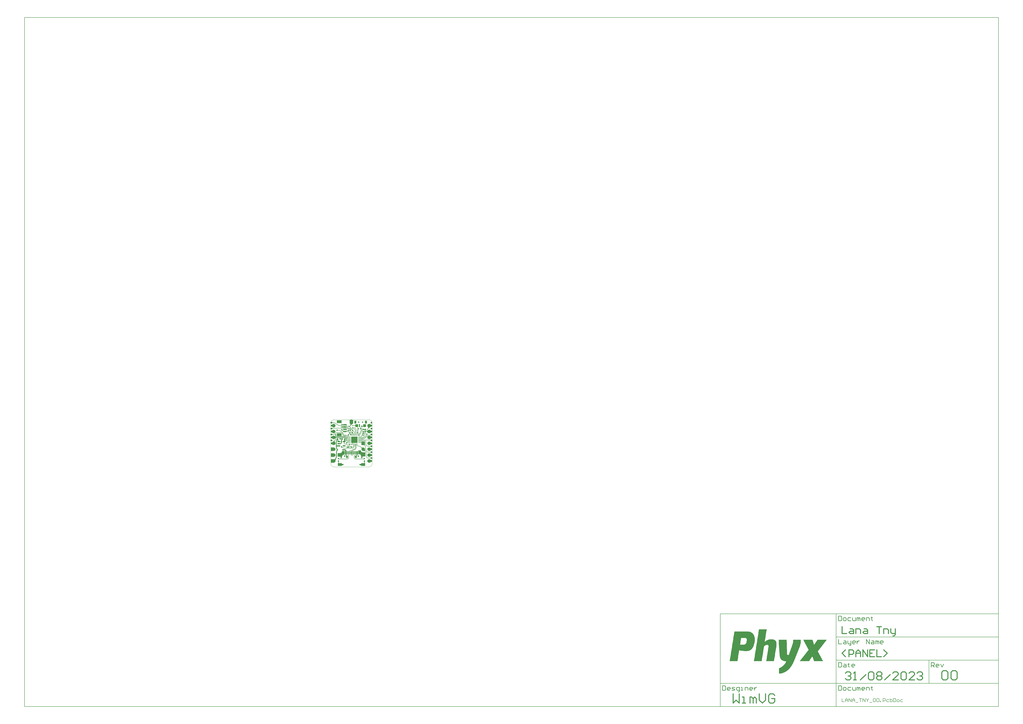
<source format=gtl>
G04*
G04 #@! TF.GenerationSoftware,Altium Limited,Altium Designer,23.8.1 (32)*
G04*
G04 Layer_Physical_Order=1*
G04 Layer_Color=32768*
%FSLAX25Y25*%
%MOIN*%
G70*
G04*
G04 #@! TF.SameCoordinates,792C4401-852F-49E4-8EEA-156BCAAEB04F*
G04*
G04*
G04 #@! TF.FilePolarity,Positive*
G04*
G01*
G75*
%ADD10C,0.00984*%
%ADD11C,0.00591*%
%ADD12C,0.00394*%
%ADD13C,0.00787*%
%ADD16C,0.01575*%
%ADD17R,0.06102X0.02362*%
%ADD18R,0.07874X0.04724*%
%ADD19R,0.01968X0.02362*%
%ADD20R,0.02362X0.01968*%
%ADD21R,0.11024X0.11024*%
%ADD22O,0.02953X0.00787*%
%ADD23O,0.00787X0.02953*%
%ADD24R,0.07087X0.04724*%
%ADD25R,0.07087X0.05709*%
%ADD26R,0.01181X0.05709*%
%ADD27R,0.04528X0.05118*%
%ADD28R,0.03543X0.04724*%
%ADD29C,0.01575*%
%ADD30R,0.01929X0.01772*%
%ADD31R,0.04528X0.02362*%
%ADD32R,0.01772X0.01772*%
%ADD56C,0.00500*%
%ADD57C,0.01181*%
%ADD58C,0.01968*%
%ADD59C,0.00591*%
%ADD60C,0.02559*%
%ADD61C,0.02362*%
%ADD62R,0.02500X0.03150*%
%ADD63R,0.05906X0.05000*%
%ADD64C,0.05906*%
%ADD65R,0.05906X0.05906*%
%ADD66R,0.05000X0.05906*%
G36*
X2481Y75555D02*
X2496Y75513D01*
X2522Y75475D01*
X2558Y75443D01*
X2604Y75415D01*
X2660Y75393D01*
X2727Y75375D01*
X2804Y75363D01*
X2891Y75355D01*
X2988Y75353D01*
Y74853D01*
X2891Y74850D01*
X2804Y74843D01*
X2727Y74830D01*
X2660Y74813D01*
X2604Y74790D01*
X2558Y74763D01*
X2522Y74730D01*
X2496Y74693D01*
X2481Y74650D01*
X2476Y74603D01*
Y75603D01*
X2481Y75555D01*
D02*
G37*
G36*
X19853Y72371D02*
X20070Y72186D01*
X20176Y72111D01*
X20279Y72048D01*
X20380Y71996D01*
X20478Y71956D01*
X20513Y71945D01*
X20565Y71966D01*
X20611Y71994D01*
X20647Y72026D01*
X20673Y72064D01*
X20688Y72106D01*
X20693Y72154D01*
Y71908D01*
X20761Y71904D01*
Y71404D01*
X20693Y71399D01*
Y71154D01*
X20688Y71201D01*
X20673Y71244D01*
X20647Y71281D01*
X20611Y71314D01*
X20565Y71341D01*
X20513Y71362D01*
X20478Y71352D01*
X20380Y71311D01*
X20279Y71259D01*
X20176Y71196D01*
X20070Y71121D01*
X19963Y71034D01*
X19741Y70827D01*
Y72480D01*
X19853Y72371D01*
D02*
G37*
G36*
X35925Y72196D02*
X35600Y72079D01*
X35309Y71954D01*
X35053Y71820D01*
X34831Y71678D01*
X34643Y71528D01*
X34489Y71369D01*
X34370Y71202D01*
X34284Y71026D01*
X34233Y70842D01*
X34216Y70650D01*
X33716D01*
X33703Y70810D01*
X33690Y70876D01*
X33466Y70873D01*
X33513Y70879D01*
X33556Y70895D01*
X33593Y70921D01*
X33626Y70957D01*
X33653Y71003D01*
X33660Y71019D01*
X33603Y71213D01*
X33515Y71456D01*
X33264Y72024D01*
X32913Y72703D01*
X32462Y73491D01*
X35925Y72196D01*
D02*
G37*
G36*
X66224Y72782D02*
X66783Y72550D01*
X67286Y72214D01*
X67500Y72000D01*
X67624Y71887D01*
X67902Y71702D01*
X68212Y71574D01*
X68540Y71508D01*
X68707Y71500D01*
X69200D01*
Y70000D01*
X65000Y70000D01*
Y72900D01*
X65630D01*
X66224Y72782D01*
D02*
G37*
G36*
X5000Y70000D02*
X800Y70000D01*
Y71500D01*
X1293D01*
X1460Y71508D01*
X1788Y71574D01*
X2098Y71702D01*
X2376Y71887D01*
X2500Y72000D01*
X2714Y72214D01*
X3217Y72550D01*
X3777Y72782D01*
X4370Y72900D01*
X5000D01*
Y70000D01*
D02*
G37*
G36*
X41666Y69814D02*
X41660Y69870D01*
X41642Y69920D01*
X41611Y69965D01*
X41569Y70003D01*
X41515Y70036D01*
X41449Y70062D01*
X41370Y70083D01*
X41280Y70098D01*
X41178Y70107D01*
X41063Y70109D01*
Y70700D01*
X41178Y70703D01*
X41280Y70712D01*
X41370Y70727D01*
X41449Y70747D01*
X41515Y70774D01*
X41569Y70806D01*
X41611Y70845D01*
X41642Y70889D01*
X41660Y70939D01*
X41666Y70995D01*
Y69814D01*
D02*
G37*
G36*
X37553Y70850D02*
X37571Y70818D01*
X37600Y70791D01*
X37642Y70767D01*
X37695Y70746D01*
X37760Y70730D01*
X37836Y70717D01*
X37925Y70707D01*
X38138Y70700D01*
Y70109D01*
X38024Y70107D01*
X37922Y70098D01*
X37832Y70083D01*
X37754Y70062D01*
X37687Y70036D01*
X37633Y70003D01*
X37591Y69965D01*
X37560Y69920D01*
X37542Y69870D01*
X37535Y69814D01*
X37547Y70885D01*
X37553Y70850D01*
D02*
G37*
G36*
X48928Y70754D02*
X49358D01*
X49276Y70668D01*
X49202Y70579D01*
X49137Y70488D01*
X49081Y70394D01*
X49033Y70297D01*
X49022Y70268D01*
X49024Y70264D01*
X49067Y70193D01*
X49118Y70138D01*
X49177Y70098D01*
X49244Y70075D01*
X49319Y70067D01*
X48958D01*
X48943Y69992D01*
X48930Y69885D01*
X48925Y69775D01*
X48138D01*
X48134Y69885D01*
X48120Y69992D01*
X48105Y70067D01*
X47744D01*
X47819Y70075D01*
X47886Y70098D01*
X47945Y70138D01*
X47996Y70193D01*
X48039Y70264D01*
X48041Y70268D01*
X48030Y70297D01*
X47982Y70394D01*
X47926Y70488D01*
X47861Y70579D01*
X47787Y70668D01*
X47705Y70754D01*
X48135D01*
X48138Y70854D01*
X48925D01*
X48928Y70754D01*
D02*
G37*
G36*
X54855Y68398D02*
X54850Y68445D01*
X54834Y68488D01*
X54809Y68525D01*
X54773Y68558D01*
X54727Y68585D01*
X54670Y68608D01*
X54604Y68625D01*
X54527Y68638D01*
X54440Y68645D01*
X54343Y68648D01*
Y69148D01*
X54440Y69150D01*
X54527Y69158D01*
X54604Y69170D01*
X54670Y69188D01*
X54727Y69210D01*
X54773Y69238D01*
X54809Y69270D01*
X54834Y69308D01*
X54850Y69350D01*
X54855Y69398D01*
Y68398D01*
D02*
G37*
G36*
X53434Y69350D02*
X53449Y69308D01*
X53475Y69270D01*
X53511Y69238D01*
X53557Y69210D01*
X53613Y69188D01*
X53680Y69170D01*
X53756Y69158D01*
X53843Y69150D01*
X53941Y69148D01*
Y68648D01*
X53843Y68645D01*
X53756Y68638D01*
X53680Y68625D01*
X53613Y68608D01*
X53557Y68585D01*
X53511Y68558D01*
X53475Y68525D01*
X53449Y68488D01*
X53434Y68445D01*
X53429Y68398D01*
Y69398D01*
X53434Y69350D01*
D02*
G37*
G36*
X69200Y70000D02*
Y68500D01*
X68707D01*
X68540Y68492D01*
X68212Y68427D01*
X67902Y68298D01*
X67624Y68112D01*
X67500Y68000D01*
X67286Y67786D01*
X66783Y67450D01*
X66224Y67218D01*
X66181Y67210D01*
X64268Y65676D01*
X64151Y65543D01*
X64076Y65433D01*
X63553Y65524D01*
X63629Y65699D01*
X63667Y65895D01*
X63668Y66113D01*
X63631Y66353D01*
X63556Y66615D01*
X63445Y66899D01*
X63295Y67204D01*
X63108Y67531D01*
X62884Y67879D01*
X62622Y68249D01*
X65000Y67864D01*
Y70000D01*
X69200Y70000D01*
D02*
G37*
G36*
X53116Y67735D02*
X53073Y67720D01*
X53036Y67694D01*
X53003Y67659D01*
X52976Y67612D01*
X52953Y67556D01*
X52936Y67490D01*
X52923Y67413D01*
X52916Y67326D01*
X52913Y67229D01*
X52413D01*
X52411Y67326D01*
X52403Y67413D01*
X52391Y67490D01*
X52373Y67556D01*
X52351Y67612D01*
X52323Y67659D01*
X52291Y67694D01*
X52253Y67720D01*
X52211Y67735D01*
X52163Y67740D01*
X53163D01*
X53116Y67735D01*
D02*
G37*
G36*
X19853Y68434D02*
X20070Y68249D01*
X20176Y68174D01*
X20279Y68111D01*
X20380Y68059D01*
X20478Y68019D01*
X20513Y68008D01*
X20565Y68029D01*
X20611Y68057D01*
X20647Y68089D01*
X20673Y68126D01*
X20688Y68169D01*
X20693Y68217D01*
Y67971D01*
X20761Y67967D01*
Y67466D01*
X20693Y67462D01*
Y67216D01*
X20688Y67264D01*
X20673Y67307D01*
X20647Y67344D01*
X20611Y67377D01*
X20565Y67404D01*
X20513Y67425D01*
X20478Y67415D01*
X20380Y67374D01*
X20279Y67322D01*
X20176Y67259D01*
X20070Y67184D01*
X19963Y67097D01*
X19741Y66890D01*
Y68543D01*
X19853Y68434D01*
D02*
G37*
G36*
X49464Y69244D02*
X49460Y69131D01*
X49481Y68996D01*
X49525Y68840D01*
X49594Y68661D01*
X49687Y68459D01*
X49945Y67991D01*
X50299Y67434D01*
X49580Y67112D01*
X49447Y67304D01*
X49211Y67601D01*
X49108Y67706D01*
X49014Y67783D01*
X48930Y67832D01*
X48856Y67852D01*
X48792Y67843D01*
X48737Y67806D01*
X48692Y67740D01*
X49492Y69334D01*
X49464Y69244D01*
D02*
G37*
G36*
X5000Y67100D02*
X4370D01*
X3777Y67218D01*
X3217Y67450D01*
X2714Y67786D01*
X2500Y68000D01*
X2376Y68112D01*
X2098Y68298D01*
X1788Y68427D01*
X1460Y68492D01*
X1293Y68500D01*
X800D01*
Y70000D01*
X5000Y70000D01*
Y67100D01*
D02*
G37*
G36*
X45902Y67345D02*
X45859Y67329D01*
X45820Y67301D01*
X45787Y67263D01*
X45759Y67213D01*
X45736Y67152D01*
X45718Y67081D01*
X45706Y66998D01*
X45698Y66905D01*
X45695Y66800D01*
X45105D01*
X45102Y66905D01*
X45094Y66998D01*
X45082Y67081D01*
X45064Y67152D01*
X45041Y67213D01*
X45013Y67263D01*
X44980Y67301D01*
X44941Y67329D01*
X44898Y67345D01*
X44849Y67351D01*
X45951D01*
X45902Y67345D01*
D02*
G37*
G36*
X32574Y67839D02*
X32790Y67656D01*
X32885Y67590D01*
X32972Y67540D01*
X33051Y67506D01*
X33121Y67489D01*
X33184Y67489D01*
X33237Y67506D01*
X33283Y67538D01*
X32453Y66709D01*
X32486Y66754D01*
X32502Y66808D01*
X32502Y66870D01*
X32485Y66940D01*
X32452Y67019D01*
X32401Y67106D01*
X32335Y67202D01*
X32252Y67306D01*
X32035Y67538D01*
X32453Y67956D01*
X32574Y67839D01*
D02*
G37*
G36*
X37540Y67117D02*
X37556Y67075D01*
X37581Y67037D01*
X37617Y67005D01*
X37663Y66977D01*
X37719Y66955D01*
X37786Y66937D01*
X37863Y66925D01*
X37950Y66917D01*
X38047Y66915D01*
Y66415D01*
X37950Y66412D01*
X37863Y66405D01*
X37786Y66392D01*
X37719Y66375D01*
X37663Y66352D01*
X37617Y66325D01*
X37581Y66292D01*
X37556Y66255D01*
X37540Y66212D01*
X37535Y66165D01*
Y67165D01*
X37540Y67117D01*
D02*
G37*
G36*
X50538Y66197D02*
X50559Y65984D01*
X50577Y65898D01*
X50601Y65825D01*
X50629Y65765D01*
X50663Y65718D01*
X50702Y65685D01*
X50746Y65664D01*
X50796Y65657D01*
X49596Y65669D01*
X49625Y65676D01*
X49651Y65695D01*
X49674Y65728D01*
X49694Y65774D01*
X49710Y65833D01*
X49724Y65904D01*
X49735Y65989D01*
X49747Y66199D01*
X49748Y66323D01*
X50536D01*
X50538Y66197D01*
D02*
G37*
G36*
X2481Y66201D02*
X2496Y66158D01*
X2522Y66120D01*
X2558Y66088D01*
X2604Y66061D01*
X2660Y66038D01*
X2727Y66021D01*
X2804Y66008D01*
X2891Y66000D01*
X2988Y65998D01*
Y65498D01*
X2891Y65496D01*
X2804Y65488D01*
X2727Y65475D01*
X2660Y65458D01*
X2604Y65435D01*
X2558Y65408D01*
X2522Y65376D01*
X2496Y65338D01*
X2481Y65295D01*
X2476Y65248D01*
Y66248D01*
X2481Y66201D01*
D02*
G37*
G36*
X45841Y66027D02*
X45968Y65740D01*
X46025Y65641D01*
X46078Y65571D01*
X46128Y65530D01*
X46173Y65518D01*
X46215Y65535D01*
X46252Y65581D01*
X46286Y65657D01*
X45989Y64809D01*
X46364Y65185D01*
X46400Y65151D01*
X46468Y65093D01*
X46502Y65068D01*
X46535Y65047D01*
X46568Y65029D01*
X46600Y65014D01*
X46632Y65002D01*
X46663Y64994D01*
X46694Y64988D01*
X46143Y64438D01*
X46138Y64468D01*
X46129Y64500D01*
X46117Y64531D01*
X46102Y64564D01*
X46084Y64596D01*
X46063Y64629D01*
X46039Y64663D01*
X45981Y64732D01*
X45967Y64746D01*
X45671Y63904D01*
X45695Y63996D01*
X45706Y64106D01*
X45705Y64233D01*
X45692Y64377D01*
X45667Y64539D01*
X45581Y64916D01*
X45520Y65130D01*
X45362Y65612D01*
X45772Y66214D01*
X45841Y66027D01*
D02*
G37*
G36*
X57492Y62807D02*
X57482Y62898D01*
X57453Y62980D01*
X57404Y63052D01*
X57335Y63115D01*
X57246Y63167D01*
X57138Y63211D01*
X57010Y63244D01*
X56862Y63268D01*
X56695Y63283D01*
X56693Y63283D01*
X56691Y63283D01*
X56523Y63268D01*
X56376Y63244D01*
X56248Y63211D01*
X56140Y63167D01*
X56051Y63115D01*
X55982Y63052D01*
X55933Y62980D01*
X55903Y62898D01*
X55893Y62807D01*
Y64752D01*
X55903Y64661D01*
X55933Y64579D01*
X55982Y64507D01*
X56051Y64445D01*
X56140Y64392D01*
X56248Y64349D01*
X56376Y64315D01*
X56523Y64291D01*
X56691Y64276D01*
X56693Y64276D01*
X56695Y64276D01*
X56862Y64291D01*
X57010Y64315D01*
X57138Y64349D01*
X57246Y64392D01*
X57335Y64445D01*
X57404Y64507D01*
X57453Y64579D01*
X57482Y64661D01*
X57492Y64752D01*
Y62807D01*
D02*
G37*
G36*
X54575Y62819D02*
X54524Y62832D01*
X54468Y62835D01*
X54408Y62826D01*
X54343Y62806D01*
X54275Y62775D01*
X54202Y62733D01*
X54125Y62680D01*
X54043Y62615D01*
X53958Y62540D01*
X53868Y62454D01*
X53202Y62494D01*
X53316Y62612D01*
X53492Y62816D01*
X53555Y62902D01*
X53600Y62978D01*
X53628Y63043D01*
X53638Y63099D01*
X53632Y63143D01*
X53608Y63178D01*
X53567Y63202D01*
X54575Y62819D01*
D02*
G37*
G36*
X46560Y63321D02*
X46476Y63292D01*
X46403Y63242D01*
X46339Y63173D01*
X46284Y63085D01*
X46240Y62977D01*
X46206Y62849D01*
X46181Y62701D01*
X46166Y62534D01*
X46161Y62347D01*
X45177D01*
X45182Y62534D01*
X45196Y62701D01*
X45221Y62849D01*
X45254Y62977D01*
X45298Y63085D01*
X45351Y63173D01*
X45413Y63242D01*
X45486Y63292D01*
X45568Y63321D01*
X45659Y63331D01*
X46654D01*
X46560Y63321D01*
D02*
G37*
G36*
X26758Y63110D02*
X26767Y63091D01*
X26786Y63063D01*
X26815Y63027D01*
X26904Y62932D01*
X27203Y62643D01*
X26786Y62225D01*
X26699Y62305D01*
X26327Y62607D01*
X26307Y62613D01*
X26296Y62610D01*
X26760Y63121D01*
X26758Y63110D01*
D02*
G37*
G36*
X11457Y63114D02*
X11673Y62927D01*
X11778Y62849D01*
X11881Y62782D01*
X11981Y62725D01*
X12080Y62679D01*
X12176Y62644D01*
X12270Y62620D01*
X12362Y62606D01*
X12361Y62104D01*
X12269Y62106D01*
X12176Y62096D01*
X12080Y62074D01*
X11981Y62040D01*
X11880Y61992D01*
X11777Y61933D01*
X11672Y61861D01*
X11564Y61777D01*
X11454Y61680D01*
X11341Y61571D01*
X11346Y63224D01*
X11457Y63114D01*
D02*
G37*
G36*
X19687Y62836D02*
X19712Y62570D01*
X19735Y62449D01*
X19766Y62336D01*
X19803Y62231D01*
X19847Y62134D01*
X19899Y62045D01*
X19957Y61964D01*
X20022Y61891D01*
X19605Y61474D01*
X19532Y61539D01*
X19451Y61598D01*
X19362Y61649D01*
X19265Y61693D01*
X19160Y61730D01*
X19047Y61761D01*
X18926Y61784D01*
X18798Y61800D01*
X18661Y61809D01*
X18516Y61811D01*
X19685Y62980D01*
X19687Y62836D01*
D02*
G37*
G36*
X30856Y62397D02*
X31062Y62227D01*
X31164Y62158D01*
X31265Y62099D01*
X31365Y62051D01*
X31465Y62014D01*
X31565Y61988D01*
X31659Y61972D01*
X31725Y61978D01*
X31815Y61993D01*
X31894Y62014D01*
X31960Y62040D01*
X32014Y62073D01*
X32056Y62111D01*
X32087Y62155D01*
X32105Y62206D01*
X32111Y62262D01*
Y61081D01*
X32105Y61137D01*
X32087Y61187D01*
X32056Y61231D01*
X32014Y61270D01*
X31960Y61302D01*
X31894Y61329D01*
X31815Y61349D01*
X31725Y61364D01*
X31659Y61370D01*
X31565Y61355D01*
X31465Y61328D01*
X31365Y61291D01*
X31265Y61243D01*
X31164Y61185D01*
X31062Y61115D01*
X30959Y61036D01*
X30856Y60945D01*
X30752Y60844D01*
Y62498D01*
X30856Y62397D01*
D02*
G37*
G36*
X37947Y61447D02*
X37939Y61397D01*
X37944Y61341D01*
X37961Y61279D01*
X37991Y61211D01*
X38034Y61137D01*
X38090Y61058D01*
X38159Y60972D01*
X38334Y60784D01*
X38122Y60288D01*
X38012Y60395D01*
X37818Y60561D01*
X37735Y60621D01*
X37659Y60665D01*
X37593Y60694D01*
X37536Y60707D01*
X37486Y60705D01*
X37446Y60687D01*
X37415Y60654D01*
X37968Y61491D01*
X37947Y61447D01*
D02*
G37*
G36*
X62891Y57933D02*
X62545Y58278D01*
X61620Y59096D01*
X61350Y59296D01*
X61099Y59459D01*
X60867Y59587D01*
X60654Y59677D01*
X60461Y59732D01*
X60295Y59749D01*
X60233Y59747D01*
X60146Y59740D01*
X60069Y59728D01*
X60003Y59710D01*
X59947Y59688D01*
X59900Y59660D01*
X59865Y59627D01*
X59839Y59590D01*
X59824Y59548D01*
X59819Y59500D01*
Y60500D01*
X59824Y60453D01*
X59839Y60410D01*
X59865Y60373D01*
X59900Y60340D01*
X59947Y60312D01*
X60003Y60290D01*
X60069Y60273D01*
X60146Y60260D01*
X60233Y60252D01*
X60295Y60251D01*
X60461Y60268D01*
X60654Y60323D01*
X60867Y60413D01*
X61099Y60541D01*
X61350Y60704D01*
X61620Y60904D01*
X62217Y61413D01*
X62891Y62067D01*
Y57933D01*
D02*
G37*
G36*
X20671Y61270D02*
X20911Y61092D01*
X21016Y61029D01*
X21110Y60982D01*
X21194Y60952D01*
X21267Y60939D01*
X21330Y60942D01*
X21383Y60962D01*
X21425Y61000D01*
X20693Y60094D01*
X20720Y60141D01*
X20730Y60194D01*
X20724Y60255D01*
X20701Y60323D01*
X20662Y60397D01*
X20606Y60479D01*
X20534Y60567D01*
X20445Y60663D01*
X20218Y60874D01*
X20535Y61384D01*
X20671Y61270D01*
D02*
G37*
G36*
X66224Y62782D02*
X66783Y62550D01*
X67286Y62214D01*
X67500Y62000D01*
X67624Y61888D01*
X67902Y61702D01*
X68212Y61573D01*
X68540Y61508D01*
X68707Y61500D01*
X69200D01*
Y60000D01*
X65000Y60000D01*
Y62900D01*
X65630D01*
X66224Y62782D01*
D02*
G37*
G36*
X5000Y60000D02*
X800Y60000D01*
Y61500D01*
X1293D01*
X1460Y61508D01*
X1788Y61573D01*
X2098Y61702D01*
X2376Y61888D01*
X2500Y62000D01*
X2714Y62214D01*
X3217Y62550D01*
X3777Y62782D01*
X4370Y62900D01*
X5000D01*
Y60000D01*
D02*
G37*
G36*
X59114Y58877D02*
X59071Y58862D01*
X59034Y58836D01*
X59001Y58800D01*
X58974Y58754D01*
X58951Y58698D01*
X58934Y58631D01*
X58921Y58555D01*
X58914Y58468D01*
X58911Y58370D01*
X58411D01*
X58409Y58468D01*
X58401Y58555D01*
X58389Y58631D01*
X58371Y58698D01*
X58349Y58754D01*
X58321Y58800D01*
X58289Y58836D01*
X58251Y58862D01*
X58209Y58877D01*
X58161Y58882D01*
X59161D01*
X59114Y58877D01*
D02*
G37*
G36*
X46165Y59143D02*
X46175Y59030D01*
X46191Y58922D01*
X46215Y58819D01*
X46245Y58723D01*
X46282Y58631D01*
X46325Y58546D01*
X46376Y58466D01*
X46433Y58392D01*
X46496Y58324D01*
X44842D01*
X44906Y58392D01*
X44963Y58466D01*
X45013Y58546D01*
X45057Y58631D01*
X45094Y58723D01*
X45124Y58819D01*
X45147Y58922D01*
X45164Y59030D01*
X45174Y59143D01*
X45177Y59263D01*
X46161D01*
X46165Y59143D01*
D02*
G37*
G36*
X35298Y59525D02*
X35399Y59504D01*
X35506Y59487D01*
X35619Y59476D01*
X35859Y59471D01*
X35986Y59477D01*
X36257Y59505D01*
X36400Y59527D01*
X35432Y58187D01*
X35406Y58327D01*
X35373Y58455D01*
X35332Y58571D01*
X35284Y58675D01*
X35228Y58766D01*
X35165Y58846D01*
X35095Y58913D01*
X35017Y58969D01*
X34931Y59012D01*
X34838Y59043D01*
X35201Y59553D01*
X35298Y59525D01*
D02*
G37*
G36*
X54979Y58882D02*
X55224D01*
X55177Y58877D01*
X55134Y58862D01*
X55097Y58836D01*
X55064Y58800D01*
X55037Y58754D01*
X55016Y58702D01*
X55026Y58667D01*
X55067Y58569D01*
X55119Y58468D01*
X55182Y58365D01*
X55257Y58259D01*
X55344Y58152D01*
X55551Y57930D01*
X53898D01*
X54007Y58042D01*
X54192Y58259D01*
X54267Y58365D01*
X54330Y58468D01*
X54382Y58569D01*
X54422Y58667D01*
X54433Y58702D01*
X54412Y58754D01*
X54384Y58800D01*
X54352Y58836D01*
X54314Y58862D01*
X54272Y58877D01*
X54224Y58882D01*
X54470D01*
X54474Y58950D01*
X54974D01*
X54979Y58882D01*
D02*
G37*
G36*
X69200Y60000D02*
Y58500D01*
X68707D01*
X68540Y58492D01*
X68212Y58426D01*
X67902Y58298D01*
X67624Y58113D01*
X67500Y58000D01*
X67286Y57786D01*
X66783Y57450D01*
X66224Y57218D01*
X65630Y57100D01*
X65000D01*
Y60000D01*
X69200Y60000D01*
D02*
G37*
G36*
X5000Y57100D02*
X4370D01*
X3777Y57218D01*
X3217Y57450D01*
X2714Y57786D01*
X2500Y58000D01*
X2376Y58113D01*
X2098Y58298D01*
X1788Y58426D01*
X1460Y58492D01*
X1293Y58500D01*
X800D01*
Y60000D01*
X5000Y60000D01*
Y57100D01*
D02*
G37*
G36*
X37659Y57815D02*
X37630Y57700D01*
X37614Y57589D01*
X37610Y57484D01*
X37618Y57383D01*
X37639Y57286D01*
X37672Y57194D01*
X37717Y57106D01*
X37775Y57023D01*
X37845Y56944D01*
X37378Y56576D01*
X37297Y56652D01*
X37207Y56726D01*
X37110Y56799D01*
X36890Y56938D01*
X36767Y57005D01*
X36497Y57133D01*
X36193Y57254D01*
X37700Y57934D01*
X37659Y57815D01*
D02*
G37*
G36*
X33025Y57926D02*
X33106Y57831D01*
X33189Y57748D01*
X33274Y57675D01*
X33360Y57613D01*
X33449Y57563D01*
X33539Y57524D01*
X33631Y57496D01*
X33725Y57480D01*
X33821Y57474D01*
X33805Y56974D01*
X33707Y56969D01*
X33607Y56954D01*
X33507Y56930D01*
X33405Y56895D01*
X33302Y56851D01*
X33199Y56796D01*
X33094Y56732D01*
X32988Y56659D01*
X32881Y56575D01*
X32774Y56481D01*
X32946Y58032D01*
X33025Y57926D01*
D02*
G37*
G36*
X54991Y55936D02*
X54823Y55895D01*
X54390Y55764D01*
X54270Y55717D01*
X54066Y55620D01*
X53982Y55570D01*
X53910Y55518D01*
X53850Y55465D01*
X53408Y55730D01*
X53474Y55805D01*
X53528Y55886D01*
X53572Y55974D01*
X53605Y56070D01*
X53627Y56173D01*
X53639Y56283D01*
X53640Y56401D01*
X53631Y56525D01*
X53610Y56657D01*
X53579Y56797D01*
X54991Y55936D01*
D02*
G37*
G36*
X43401Y55621D02*
X43417Y55380D01*
X43427Y55313D01*
X43453Y55197D01*
X43470Y55148D01*
X43488Y55106D01*
X43509Y55070D01*
X42790D01*
X42811Y55106D01*
X42829Y55148D01*
X42846Y55197D01*
X42860Y55252D01*
X42872Y55313D01*
X42890Y55454D01*
X42895Y55534D01*
X42900Y55713D01*
X43400D01*
X43401Y55621D01*
D02*
G37*
G36*
X41826D02*
X41842Y55380D01*
X41852Y55313D01*
X41879Y55197D01*
X41895Y55148D01*
X41914Y55106D01*
X41934Y55070D01*
X41215D01*
X41236Y55106D01*
X41255Y55148D01*
X41271Y55197D01*
X41285Y55252D01*
X41297Y55313D01*
X41315Y55454D01*
X41320Y55534D01*
X41325Y55713D01*
X41825D01*
X41826Y55621D01*
D02*
G37*
G36*
X40251D02*
X40268Y55380D01*
X40277Y55313D01*
X40304Y55197D01*
X40320Y55148D01*
X40339Y55106D01*
X40360Y55070D01*
X39640D01*
X39661Y55106D01*
X39680Y55148D01*
X39696Y55197D01*
X39711Y55252D01*
X39723Y55313D01*
X39740Y55454D01*
X39746Y55534D01*
X39750Y55713D01*
X40250D01*
X40251Y55621D01*
D02*
G37*
G36*
X35018Y55532D02*
X35257Y55428D01*
X35303Y55400D01*
X35331Y55375D01*
X35343Y55354D01*
X35338Y55336D01*
X35315Y55322D01*
X35276Y55310D01*
X34898Y54833D01*
X34917Y54862D01*
X34926Y54892D01*
X34925Y54921D01*
X34914Y54949D01*
X34894Y54977D01*
X34864Y55005D01*
X34824Y55033D01*
X34774Y55060D01*
X34714Y55087D01*
X34645Y55113D01*
X34904Y55574D01*
X35018Y55532D01*
D02*
G37*
G36*
X45465Y55247D02*
X45366Y55190D01*
X45208Y55085D01*
X45151Y55036D01*
X45108Y54991D01*
X45078Y54948D01*
X45063Y54907D01*
X45062Y54869D01*
X45075Y54835D01*
X45102Y54802D01*
X44576Y55281D01*
X44518Y55272D01*
X44482Y55273D01*
X44469Y55283D01*
X44477Y55304D01*
X44508Y55334D01*
X44561Y55373D01*
X44636Y55422D01*
X44994Y55628D01*
X45465Y55247D01*
D02*
G37*
G36*
X2481Y55453D02*
X2496Y55410D01*
X2522Y55373D01*
X2558Y55340D01*
X2604Y55313D01*
X2660Y55290D01*
X2727Y55273D01*
X2804Y55260D01*
X2891Y55252D01*
X2988Y55250D01*
Y54750D01*
X2891Y54747D01*
X2804Y54740D01*
X2727Y54728D01*
X2660Y54710D01*
X2604Y54688D01*
X2558Y54660D01*
X2522Y54628D01*
X2496Y54590D01*
X2481Y54548D01*
X2476Y54500D01*
Y55500D01*
X2481Y55453D01*
D02*
G37*
G36*
X33537Y55738D02*
X34112Y55583D01*
X34129Y55566D01*
X34124Y55551D01*
X34097Y55540D01*
X34401Y55094D01*
X34403Y55088D01*
X34403Y55068D01*
X34400Y55034D01*
X34360Y54760D01*
X34301Y54411D01*
X33363Y55773D01*
X33537Y55738D01*
D02*
G37*
G36*
X61739Y54572D02*
X61613Y54473D01*
X61293Y54186D01*
X61206Y54094D01*
X61061Y53916D01*
X61004Y53829D01*
X60956Y53744D01*
X60919Y53661D01*
X60405Y53727D01*
X60435Y53815D01*
X60452Y53907D01*
X60455Y54002D01*
X60445Y54102D01*
X60421Y54205D01*
X60384Y54312D01*
X60333Y54423D01*
X60268Y54537D01*
X60190Y54655D01*
X60098Y54778D01*
X61739Y54572D01*
D02*
G37*
G36*
X48866Y54709D02*
X48805Y54640D01*
X48750Y54561D01*
X48702Y54473D01*
X48661Y54374D01*
X48627Y54266D01*
X48599Y54149D01*
X48577Y54021D01*
X48562Y53884D01*
X48552Y53580D01*
X47383Y54750D01*
X47540Y54751D01*
X47824Y54774D01*
X47951Y54796D01*
X48069Y54824D01*
X48177Y54858D01*
X48276Y54900D01*
X48364Y54947D01*
X48443Y55002D01*
X48512Y55063D01*
X48866Y54709D01*
D02*
G37*
G36*
X56218Y54684D02*
X56158Y54615D01*
X56103Y54536D01*
X56055Y54447D01*
X56014Y54349D01*
X55980Y54241D01*
X55952Y54123D01*
X55930Y53996D01*
X55915Y53859D01*
X55905Y53555D01*
X54736Y54724D01*
X54893Y54726D01*
X55177Y54749D01*
X55304Y54771D01*
X55422Y54799D01*
X55530Y54833D01*
X55629Y54874D01*
X55717Y54922D01*
X55796Y54976D01*
X55865Y55037D01*
X56218Y54684D01*
D02*
G37*
G36*
X67524Y53500D02*
X67519Y53548D01*
X67503Y53590D01*
X67478Y53628D01*
X67442Y53660D01*
X67396Y53688D01*
X67340Y53710D01*
X67273Y53728D01*
X67196Y53740D01*
X67109Y53747D01*
X67012Y53750D01*
Y54250D01*
X67109Y54252D01*
X67196Y54260D01*
X67273Y54273D01*
X67340Y54290D01*
X67396Y54312D01*
X67442Y54340D01*
X67478Y54373D01*
X67503Y54410D01*
X67519Y54453D01*
X67524Y54500D01*
Y53500D01*
D02*
G37*
G36*
X30413Y53645D02*
X30372Y53610D01*
X30336Y53568D01*
X30304Y53519D01*
X30277Y53463D01*
X30255Y53401D01*
X30238Y53331D01*
X30226Y53255D01*
X30219Y53172D01*
X30217Y53082D01*
X29626D01*
X29624Y53172D01*
X29616Y53255D01*
X29604Y53331D01*
X29587Y53401D01*
X29565Y53463D01*
X29539Y53519D01*
X29507Y53568D01*
X29471Y53610D01*
X29429Y53645D01*
X29383Y53673D01*
X30459D01*
X30413Y53645D01*
D02*
G37*
G36*
X8905Y53326D02*
X8844Y53262D01*
X8795Y53197D01*
X8760Y53129D01*
X8738Y53061D01*
X8729Y52990D01*
X8733Y52918D01*
X8750Y52844D01*
X8781Y52769D01*
X8825Y52692D01*
X8277Y52644D01*
X8229Y52732D01*
X8127Y52894D01*
X8072Y52968D01*
X8014Y53036D01*
X7954Y53100D01*
X7891Y53158D01*
X7825Y53211D01*
X7757Y53259D01*
X7687Y53302D01*
X8980Y53389D01*
X8905Y53326D01*
D02*
G37*
G36*
X49043Y51126D02*
X49085Y51108D01*
X49134Y51091D01*
X49189Y51077D01*
X49250Y51065D01*
X49391Y51047D01*
X49471Y51042D01*
X49650Y51037D01*
Y50537D01*
X49558Y50536D01*
X49317Y50520D01*
X49250Y50510D01*
X49134Y50484D01*
X49085Y50467D01*
X49043Y50449D01*
X49007Y50428D01*
Y51147D01*
X49043Y51126D01*
D02*
G37*
G36*
X66224Y52782D02*
X66783Y52550D01*
X67286Y52214D01*
X67500Y52000D01*
X67624Y51888D01*
X67902Y51702D01*
X68212Y51573D01*
X68540Y51508D01*
X68707Y51500D01*
X69200D01*
Y50000D01*
X65000Y50000D01*
Y52900D01*
X65630D01*
X66224Y52782D01*
D02*
G37*
G36*
X5000Y50000D02*
X800Y50000D01*
Y51500D01*
X1293D01*
X1460Y51508D01*
X1788Y51573D01*
X2098Y51702D01*
X2376Y51888D01*
X2500Y52000D01*
X2714Y52214D01*
X3217Y52550D01*
X3777Y52782D01*
X4370Y52900D01*
X5000D01*
Y50000D01*
D02*
G37*
G36*
X49043Y49551D02*
X49085Y49533D01*
X49134Y49516D01*
X49189Y49502D01*
X49250Y49490D01*
X49391Y49472D01*
X49471Y49467D01*
X49650Y49463D01*
Y48963D01*
X49558Y48961D01*
X49317Y48945D01*
X49250Y48935D01*
X49134Y48909D01*
X49085Y48893D01*
X49043Y48874D01*
X49007Y48853D01*
Y49572D01*
X49043Y49551D01*
D02*
G37*
G36*
X30993Y48853D02*
X30957Y48874D01*
X30915Y48893D01*
X30866Y48909D01*
X30811Y48923D01*
X30750Y48935D01*
X30609Y48953D01*
X30529Y48958D01*
X30350Y48963D01*
Y49463D01*
X30442Y49464D01*
X30683Y49480D01*
X30750Y49490D01*
X30866Y49516D01*
X30915Y49533D01*
X30957Y49551D01*
X30993Y49572D01*
Y48853D01*
D02*
G37*
G36*
X7129Y52122D02*
X9100Y50956D01*
X9305Y50876D01*
X9476Y50827D01*
X9611Y50811D01*
X9708Y50311D01*
X9512Y50291D01*
X9310Y50233D01*
X9102Y50136D01*
X8887Y50000D01*
X8665Y49826D01*
X8438Y49613D01*
X8204Y49360D01*
X7963Y49069D01*
X7463Y48371D01*
X6678Y52430D01*
X7129Y52122D01*
D02*
G37*
G36*
X19830Y46331D02*
X19748Y46440D01*
X19662Y46501D01*
X19569Y46513D01*
X19471Y46477D01*
X19367Y46393D01*
X19258Y46260D01*
X19143Y46079D01*
X19023Y45850D01*
X18897Y45572D01*
X18766Y45246D01*
X17872Y46235D01*
X17984Y46535D01*
X18063Y46793D01*
X18034Y46805D01*
X17880Y46846D01*
X17703Y46874D01*
X17503Y46892D01*
X17400Y46894D01*
X17297Y46892D01*
X17097Y46874D01*
X16919Y46846D01*
X16766Y46805D01*
X16636Y46753D01*
X16530Y46689D01*
X16447Y46614D01*
X16388Y46527D01*
X16353Y46429D01*
X16341Y46319D01*
Y48657D01*
X16353Y48547D01*
X16388Y48449D01*
X16447Y48362D01*
X16530Y48287D01*
X16636Y48223D01*
X16766Y48171D01*
X16919Y48131D01*
X17097Y48102D01*
X17297Y48085D01*
X17400Y48082D01*
X17503Y48085D01*
X17703Y48102D01*
X17880Y48131D01*
X18034Y48171D01*
X18164Y48223D01*
X18270Y48287D01*
X18353Y48362D01*
X18412Y48449D01*
X18447Y48547D01*
X18459Y48657D01*
X19830Y46331D01*
D02*
G37*
G36*
X49043Y47976D02*
X49085Y47958D01*
X49134Y47941D01*
X49189Y47927D01*
X49250Y47915D01*
X49391Y47898D01*
X49471Y47892D01*
X49650Y47888D01*
Y47388D01*
X49558Y47387D01*
X49317Y47370D01*
X49250Y47360D01*
X49134Y47334D01*
X49085Y47318D01*
X49043Y47299D01*
X49007Y47278D01*
Y47997D01*
X49043Y47976D01*
D02*
G37*
G36*
X30993Y47278D02*
X30957Y47299D01*
X30915Y47318D01*
X30866Y47334D01*
X30811Y47348D01*
X30750Y47360D01*
X30609Y47378D01*
X30529Y47383D01*
X30350Y47388D01*
Y47888D01*
X30442Y47889D01*
X30683Y47905D01*
X30750Y47915D01*
X30866Y47941D01*
X30915Y47958D01*
X30957Y47976D01*
X30993Y47997D01*
Y47278D01*
D02*
G37*
G36*
X69200Y50000D02*
Y48500D01*
X68707D01*
X68540Y48492D01*
X68212Y48426D01*
X67902Y48298D01*
X67624Y48112D01*
X67500Y48000D01*
X67286Y47786D01*
X66783Y47450D01*
X66224Y47218D01*
X65630Y47100D01*
X65000D01*
Y50000D01*
X69200Y50000D01*
D02*
G37*
G36*
X5000Y47100D02*
X4370D01*
X3777Y47218D01*
X3217Y47450D01*
X2714Y47786D01*
X2500Y48000D01*
X2376Y48112D01*
X2098Y48298D01*
X1788Y48426D01*
X1460Y48492D01*
X1293Y48500D01*
X800D01*
Y50000D01*
X5000Y50000D01*
Y47100D01*
D02*
G37*
G36*
X49043Y46402D02*
X49085Y46383D01*
X49134Y46367D01*
X49189Y46352D01*
X49250Y46340D01*
X49391Y46323D01*
X49471Y46317D01*
X49650Y46313D01*
Y45813D01*
X49558Y45812D01*
X49317Y45796D01*
X49250Y45786D01*
X49134Y45759D01*
X49085Y45743D01*
X49043Y45724D01*
X49007Y45703D01*
Y46423D01*
X49043Y46402D01*
D02*
G37*
G36*
X30993Y45703D02*
X30957Y45724D01*
X30915Y45743D01*
X30866Y45759D01*
X30811Y45774D01*
X30750Y45786D01*
X30609Y45803D01*
X30529Y45809D01*
X30350Y45813D01*
Y46313D01*
X30442Y46314D01*
X30683Y46330D01*
X30750Y46340D01*
X30866Y46367D01*
X30915Y46383D01*
X30957Y46402D01*
X30993Y46423D01*
Y45703D01*
D02*
G37*
G36*
X67524Y45169D02*
X67519Y45217D01*
X67503Y45259D01*
X67478Y45297D01*
X67442Y45329D01*
X67396Y45357D01*
X67340Y45379D01*
X67273Y45397D01*
X67196Y45409D01*
X67109Y45417D01*
X67012Y45419D01*
Y45919D01*
X67109Y45922D01*
X67196Y45929D01*
X67273Y45942D01*
X67340Y45959D01*
X67396Y45982D01*
X67442Y46009D01*
X67478Y46042D01*
X67503Y46079D01*
X67519Y46122D01*
X67524Y46169D01*
Y45169D01*
D02*
G37*
G36*
X24367Y45085D02*
X24413Y44353D01*
X24430Y44274D01*
X24449Y44218D01*
X24471Y44184D01*
X24496Y44173D01*
X22267D01*
X22292Y44184D01*
X22314Y44218D01*
X22333Y44274D01*
X22351Y44353D01*
X22365Y44455D01*
X22386Y44725D01*
X22397Y45299D01*
X24366D01*
X24367Y45085D01*
D02*
G37*
G36*
X12382Y46307D02*
X12363Y46272D01*
X12346Y46213D01*
X12332Y46130D01*
X12319Y46024D01*
X12302Y45740D01*
X12294Y45277D01*
X12297Y45140D01*
X12315Y44938D01*
X12344Y44759D01*
X12386Y44604D01*
X12439Y44473D01*
X12504Y44366D01*
X12581Y44282D01*
X12669Y44222D01*
X12770Y44186D01*
X12882Y44173D01*
X11122Y44185D01*
X11120Y44197D01*
X11118Y44232D01*
X11112Y45138D01*
X11110D01*
X11104Y45362D01*
X11087Y45563D01*
X11057Y45740D01*
X11016Y45894D01*
X10963Y46024D01*
X10898Y46130D01*
X10821Y46213D01*
X10732Y46272D01*
X10632Y46307D01*
X10520Y46319D01*
X12404D01*
X12382Y46307D01*
D02*
G37*
G36*
X49043Y44827D02*
X49085Y44808D01*
X49134Y44792D01*
X49189Y44778D01*
X49250Y44766D01*
X49391Y44748D01*
X49471Y44743D01*
X49650Y44738D01*
Y44238D01*
X49558Y44237D01*
X49317Y44221D01*
X49250Y44211D01*
X49134Y44184D01*
X49085Y44168D01*
X49043Y44150D01*
X49007Y44129D01*
Y44848D01*
X49043Y44827D01*
D02*
G37*
G36*
X30993Y44129D02*
X30957Y44150D01*
X30915Y44168D01*
X30866Y44184D01*
X30811Y44199D01*
X30750Y44211D01*
X30609Y44228D01*
X30529Y44234D01*
X30350Y44238D01*
Y44738D01*
X30442Y44739D01*
X30683Y44756D01*
X30750Y44766D01*
X30866Y44792D01*
X30915Y44808D01*
X30957Y44827D01*
X30993Y44848D01*
Y44129D01*
D02*
G37*
G36*
X18686Y44935D02*
X18664Y44817D01*
X18651Y44705D01*
X18645Y44600D01*
X18648Y44501D01*
X18659Y44409D01*
X18678Y44324D01*
X18705Y44245D01*
X18741Y44172D01*
X18784Y44106D01*
X18836Y44047D01*
X17183Y44065D01*
X17219Y44106D01*
X17254Y44157D01*
X17288Y44219D01*
X17320Y44291D01*
X17351Y44373D01*
X17409Y44569D01*
X17436Y44683D01*
X17485Y44942D01*
X18686Y44935D01*
D02*
G37*
G36*
X49043Y43252D02*
X49085Y43233D01*
X49134Y43217D01*
X49189Y43203D01*
X49250Y43191D01*
X49391Y43173D01*
X49471Y43168D01*
X49650Y43163D01*
Y42663D01*
X49558Y42662D01*
X49317Y42646D01*
X49250Y42636D01*
X49134Y42610D01*
X49085Y42593D01*
X49043Y42575D01*
X49007Y42554D01*
Y43273D01*
X49043Y43252D01*
D02*
G37*
G36*
X30993Y42554D02*
X30957Y42575D01*
X30915Y42593D01*
X30866Y42610D01*
X30811Y42624D01*
X30750Y42636D01*
X30609Y42654D01*
X30529Y42659D01*
X30350Y42663D01*
Y43163D01*
X30442Y43165D01*
X30683Y43181D01*
X30750Y43191D01*
X30866Y43217D01*
X30915Y43233D01*
X30957Y43252D01*
X30993Y43273D01*
Y42554D01*
D02*
G37*
G36*
X6211Y44531D02*
X6133Y44356D01*
X6095Y44162D01*
X6098Y43948D01*
X6141Y43716D01*
X6225Y43464D01*
X6348Y43193D01*
X6512Y42903D01*
X6717Y42593D01*
X6961Y42265D01*
X7246Y41917D01*
X5000Y42117D01*
Y40000D01*
X800Y40000D01*
Y41500D01*
X1293D01*
X1460Y41508D01*
X1788Y41574D01*
X2098Y41702D01*
X2376Y41888D01*
X2500Y42000D01*
X2714Y42214D01*
X3217Y42550D01*
X3593Y42706D01*
X5669Y44591D01*
X6211Y44531D01*
D02*
G37*
G36*
X18782Y42319D02*
X18742Y42259D01*
X18706Y42192D01*
X18676Y42116D01*
X18650Y42031D01*
X18628Y41938D01*
X18612Y41837D01*
X18600Y41727D01*
X18590Y41481D01*
X17410D01*
X17407Y41608D01*
X17388Y41837D01*
X17372Y41938D01*
X17350Y42031D01*
X17324Y42116D01*
X17294Y42192D01*
X17258Y42259D01*
X17218Y42319D01*
X17173Y42369D01*
X18827D01*
X18782Y42319D01*
D02*
G37*
G36*
X49043Y41677D02*
X49085Y41659D01*
X49134Y41642D01*
X49189Y41628D01*
X49250Y41616D01*
X49391Y41598D01*
X49471Y41593D01*
X49650Y41589D01*
Y41089D01*
X49558Y41087D01*
X49317Y41071D01*
X49250Y41061D01*
X49134Y41035D01*
X49085Y41019D01*
X49043Y41000D01*
X49007Y40979D01*
Y41698D01*
X49043Y41677D01*
D02*
G37*
G36*
X30993Y40979D02*
X30969Y40991D01*
X30935Y41002D01*
X30891Y41012D01*
X30837Y41020D01*
X30699Y41033D01*
X30419Y41043D01*
X30306Y41043D01*
Y41634D01*
X30419Y41635D01*
X30891Y41665D01*
X30935Y41675D01*
X30969Y41686D01*
X30993Y41698D01*
Y40979D01*
D02*
G37*
G36*
X52071Y40839D02*
X52066Y40886D01*
X52051Y40929D01*
X52025Y40966D01*
X51989Y40999D01*
X51943Y41026D01*
X51887Y41049D01*
X51820Y41066D01*
X51744Y41079D01*
X51657Y41086D01*
X51559Y41089D01*
Y41589D01*
X51657Y41591D01*
X51744Y41599D01*
X51820Y41611D01*
X51887Y41629D01*
X51943Y41651D01*
X51989Y41679D01*
X52025Y41711D01*
X52051Y41749D01*
X52066Y41791D01*
X52071Y41839D01*
Y40839D01*
D02*
G37*
G36*
X37484Y41893D02*
X37389Y41676D01*
X37350Y41569D01*
X37291Y41356D01*
X37271Y41250D01*
X37256Y41145D01*
X37247Y41041D01*
X37244Y40937D01*
X36457Y40674D01*
X36452Y40788D01*
X36437Y40894D01*
X36412Y40995D01*
X36377Y41088D01*
X36333Y41175D01*
X36278Y41256D01*
X36214Y41330D01*
X36139Y41397D01*
X36055Y41458D01*
X35961Y41512D01*
X37540Y42003D01*
X37484Y41893D01*
D02*
G37*
G36*
X27356Y41698D02*
X27750Y41628D01*
X27873Y41614D01*
X28107Y41600D01*
X28218Y41601D01*
X28427Y41615D01*
X28758Y41043D01*
X28660Y41036D01*
X28569Y41015D01*
X28484Y40979D01*
X28406Y40928D01*
X28336Y40863D01*
X28272Y40784D01*
X28216Y40691D01*
X28166Y40583D01*
X28123Y40461D01*
X28087Y40324D01*
X27217Y41730D01*
X27356Y41698D01*
D02*
G37*
G36*
X23246Y42226D02*
X23178Y42103D01*
X23118Y41952D01*
X23090Y41859D01*
X23216D01*
X23160Y41853D01*
X23110Y41835D01*
X23077Y41812D01*
X23066Y41774D01*
X23021Y41566D01*
X22986Y41331D01*
X22937Y40776D01*
X22921Y40108D01*
X22331D01*
X22327Y40456D01*
X22266Y41331D01*
X22230Y41566D01*
X22186Y41774D01*
X22175Y41812D01*
X22142Y41835D01*
X22092Y41853D01*
X22035Y41859D01*
X22162D01*
X22134Y41952D01*
X22074Y42103D01*
X22006Y42226D01*
X21930Y42320D01*
X23322D01*
X23246Y42226D01*
D02*
G37*
G36*
X66224Y42782D02*
X66783Y42550D01*
X67286Y42214D01*
X67500Y42000D01*
X67624Y41888D01*
X67902Y41702D01*
X68212Y41574D01*
X68540Y41508D01*
X68707Y41500D01*
X69200D01*
Y40000D01*
X65000Y40000D01*
Y42900D01*
X65630D01*
X66224Y42782D01*
D02*
G37*
G36*
X37563Y40567D02*
X37496Y40543D01*
X37437Y40503D01*
X37386Y40447D01*
X37343Y40375D01*
X37307Y40287D01*
X37279Y40183D01*
X37260Y40064D01*
X37248Y39928D01*
X37244Y39776D01*
X36457D01*
X36453Y39928D01*
X36441Y40064D01*
X36421Y40183D01*
X36394Y40287D01*
X36358Y40375D01*
X36315Y40447D01*
X36264Y40503D01*
X36205Y40543D01*
X36138Y40567D01*
X36063Y40575D01*
X37638D01*
X37563Y40567D01*
D02*
G37*
G36*
X34898Y37697D02*
X34892Y37753D01*
X34874Y37803D01*
X34844Y37847D01*
X34802Y37886D01*
X34748Y37918D01*
X34681Y37945D01*
X34603Y37966D01*
X34513Y37980D01*
X34410Y37989D01*
X34296Y37992D01*
Y38583D01*
X34410Y38586D01*
X34513Y38594D01*
X34603Y38609D01*
X34681Y38630D01*
X34748Y38656D01*
X34802Y38689D01*
X34844Y38727D01*
X34874Y38772D01*
X34892Y38822D01*
X34898Y38878D01*
Y37697D01*
D02*
G37*
G36*
X32233Y39007D02*
X32443Y38840D01*
X32546Y38771D01*
X32649Y38714D01*
X32750Y38667D01*
X32851Y38630D01*
X32950Y38604D01*
X33048Y38588D01*
X33146Y38583D01*
X33158Y37992D01*
X33060Y37987D01*
X32961Y37971D01*
X32862Y37944D01*
X32763Y37906D01*
X32663Y37857D01*
X32563Y37798D01*
X32463Y37728D01*
X32362Y37648D01*
X32261Y37556D01*
X32160Y37454D01*
X32126Y39107D01*
X32233Y39007D01*
D02*
G37*
G36*
X69200Y40000D02*
Y38500D01*
X68707D01*
X68540Y38492D01*
X68212Y38427D01*
X67902Y38298D01*
X67624Y38113D01*
X67500Y38000D01*
X67286Y37786D01*
X66783Y37450D01*
X66224Y37218D01*
X65630Y37100D01*
X65000D01*
Y40000D01*
X69200Y40000D01*
D02*
G37*
G36*
X5000Y37100D02*
X4370D01*
X3777Y37218D01*
X3217Y37450D01*
X2714Y37786D01*
X2500Y38000D01*
X2376Y38113D01*
X2098Y38298D01*
X1788Y38427D01*
X1460Y38492D01*
X1293Y38500D01*
X800D01*
Y40000D01*
X5000Y40000D01*
Y37100D01*
D02*
G37*
G36*
X57931Y37054D02*
X57928Y37038D01*
X57933Y37013D01*
X57945Y36976D01*
X57964Y36930D01*
X58024Y36805D01*
X58168Y36541D01*
X57494Y36551D01*
X57436Y36648D01*
X57376Y36734D01*
X57316Y36810D01*
X57254Y36876D01*
X57191Y36932D01*
X57128Y36978D01*
X57063Y37014D01*
X56997Y37039D01*
X56930Y37054D01*
X56861Y37059D01*
X57941D01*
X57931Y37054D01*
D02*
G37*
G36*
X40339Y37020D02*
X40320Y36978D01*
X40304Y36929D01*
X40289Y36874D01*
X40277Y36813D01*
X40260Y36672D01*
X40254Y36592D01*
X40250Y36413D01*
X39750D01*
X39749Y36505D01*
X39733Y36746D01*
X39723Y36813D01*
X39696Y36929D01*
X39680Y36978D01*
X39661Y37020D01*
X39640Y37056D01*
X40360D01*
X40339Y37020D01*
D02*
G37*
G36*
X38773Y37032D02*
X38762Y36998D01*
X38752Y36954D01*
X38744Y36900D01*
X38731Y36762D01*
X38721Y36482D01*
X38721Y36369D01*
X38130D01*
X38129Y36482D01*
X38098Y36954D01*
X38089Y36998D01*
X38078Y37032D01*
X38066Y37056D01*
X38785D01*
X38773Y37032D01*
D02*
G37*
G36*
X42765Y37084D02*
X42790Y37056D01*
X43425Y36930D01*
X43391Y36901D01*
X43361Y36864D01*
X43335Y36818D01*
X43312Y36763D01*
X43292Y36699D01*
X43276Y36626D01*
X43264Y36544D01*
X43255Y36453D01*
X43248Y36245D01*
X42658Y36287D01*
X42659Y36468D01*
X42691Y36963D01*
X42705Y37028D01*
X42722Y37070D01*
X42742Y37089D01*
X42765Y37084D01*
D02*
G37*
G36*
X42002Y37070D02*
X42019Y37028D01*
X42034Y36963D01*
X42046Y36874D01*
X42062Y36627D01*
X42067Y36287D01*
X41476Y36245D01*
X41475Y36353D01*
X41460Y36544D01*
X41448Y36626D01*
X41432Y36699D01*
X41413Y36763D01*
X41390Y36818D01*
X41363Y36864D01*
X41333Y36901D01*
X41300Y36930D01*
X41934Y37056D01*
X41960Y37084D01*
X41982Y37089D01*
X42002Y37070D01*
D02*
G37*
G36*
X67524Y34500D02*
X67519Y34547D01*
X67503Y34590D01*
X67478Y34628D01*
X67442Y34660D01*
X67396Y34688D01*
X67340Y34710D01*
X67273Y34727D01*
X67196Y34740D01*
X67109Y34747D01*
X67012Y34750D01*
Y35250D01*
X67109Y35252D01*
X67196Y35260D01*
X67273Y35272D01*
X67340Y35290D01*
X67396Y35313D01*
X67442Y35340D01*
X67478Y35372D01*
X67503Y35410D01*
X67519Y35452D01*
X67524Y35500D01*
Y34500D01*
D02*
G37*
G36*
X9820Y37083D02*
X9855Y36882D01*
X9915Y36705D01*
X9997Y36551D01*
X10103Y36421D01*
X10233Y36315D01*
X10387Y36232D01*
X10547Y36179D01*
X10697Y36219D01*
X10827Y36271D01*
X10933Y36334D01*
X11016Y36410D01*
X11075Y36496D01*
X11110Y36595D01*
X11122Y36704D01*
Y34366D01*
X11110Y34476D01*
X11075Y34575D01*
X11016Y34661D01*
X10933Y34737D01*
X10827Y34800D01*
X10697Y34852D01*
X10544Y34893D01*
X10387Y34842D01*
X10233Y34762D01*
X10103Y34659D01*
X9997Y34533D01*
X9915Y34385D01*
X9855Y34213D01*
X9820Y34019D01*
X9808Y33801D01*
X8627Y35535D01*
X9808Y37307D01*
X9820Y37083D01*
D02*
G37*
G36*
X29697Y32494D02*
X29685Y32604D01*
X29650Y32702D01*
X29591Y32789D01*
X29508Y32864D01*
X29402Y32928D01*
X29272Y32980D01*
X29118Y33020D01*
X29030Y33035D01*
X29029Y33035D01*
X28936Y33013D01*
X28851Y32987D01*
X28775Y32957D01*
X28707Y32921D01*
X28648Y32881D01*
X28598Y32836D01*
Y33070D01*
X28516Y33072D01*
Y34253D01*
X28598Y34256D01*
Y34490D01*
X28648Y34445D01*
X28707Y34405D01*
X28775Y34369D01*
X28851Y34339D01*
X28936Y34313D01*
X29029Y34291D01*
X29030Y34291D01*
X29118Y34306D01*
X29272Y34346D01*
X29402Y34398D01*
X29508Y34462D01*
X29591Y34537D01*
X29650Y34624D01*
X29685Y34722D01*
X29697Y34832D01*
Y32494D01*
D02*
G37*
G36*
X33568Y35123D02*
X33798Y34925D01*
X33898Y34854D01*
X33986Y34802D01*
X34065Y34768D01*
X34132Y34753D01*
X34190Y34757D01*
X34236Y34779D01*
X34272Y34820D01*
X33646Y33800D01*
X33669Y33854D01*
X33678Y33914D01*
X33672Y33981D01*
X33651Y34054D01*
X33616Y34135D01*
X33566Y34221D01*
X33500Y34315D01*
X33421Y34415D01*
X33217Y34635D01*
X33437Y35250D01*
X33568Y35123D01*
D02*
G37*
G36*
X35573Y34197D02*
X35591Y34147D01*
X35621Y34103D01*
X35663Y34065D01*
X35717Y34032D01*
X35783Y34005D01*
X35862Y33985D01*
X35952Y33970D01*
X36055Y33961D01*
X36169Y33958D01*
Y33368D01*
X36055Y33365D01*
X35952Y33356D01*
X35862Y33341D01*
X35783Y33321D01*
X35717Y33294D01*
X35663Y33261D01*
X35621Y33223D01*
X35591Y33179D01*
X35573Y33128D01*
X35567Y33072D01*
Y34253D01*
X35573Y34197D01*
D02*
G37*
G36*
X19302Y33779D02*
X19323Y33637D01*
X19350Y33505D01*
X19384Y33385D01*
X19425Y33275D01*
X19473Y33177D01*
X19528Y33090D01*
X19590Y33014D01*
X19658Y32949D01*
X19734Y32895D01*
X19403Y32512D01*
X19322Y32557D01*
X19234Y32595D01*
X19136Y32627D01*
X19030Y32653D01*
X18915Y32673D01*
X18791Y32687D01*
X18658Y32695D01*
X18367Y32692D01*
X18209Y32681D01*
X19289Y33933D01*
X19302Y33779D01*
D02*
G37*
G36*
X52360Y33074D02*
X52519Y32967D01*
X52691Y32880D01*
X52875Y32814D01*
X53073Y32769D01*
X53284Y32745D01*
X53507Y32742D01*
X53744Y32759D01*
X53994Y32798D01*
X54257Y32858D01*
X52142Y30743D01*
X52202Y31006D01*
X52241Y31256D01*
X52258Y31493D01*
X52255Y31716D01*
X52231Y31927D01*
X52186Y32125D01*
X52120Y32309D01*
X52034Y32481D01*
X51926Y32640D01*
X51797Y32785D01*
X52215Y33203D01*
X52360Y33074D01*
D02*
G37*
G36*
X66224Y32782D02*
X66783Y32550D01*
X67286Y32214D01*
X67500Y32000D01*
X67624Y31888D01*
X67902Y31702D01*
X68212Y31574D01*
X68540Y31508D01*
X68707Y31500D01*
X69200D01*
Y30000D01*
X65000Y30000D01*
Y32900D01*
X65630D01*
X66224Y32782D01*
D02*
G37*
G36*
X10736Y30538D02*
X11045Y30111D01*
X11186Y29955D01*
X11319Y29838D01*
X11443Y29759D01*
X11558Y29719D01*
X11666Y29718D01*
X11764Y29755D01*
X11855Y29831D01*
X11063Y28957D01*
X11843Y28095D01*
X11753Y28171D01*
X11656Y28207D01*
X11551Y28204D01*
X11438Y28162D01*
X11319Y28081D01*
X11191Y27960D01*
X11057Y27800D01*
X10915Y27601D01*
X10765Y27362D01*
X10608Y27085D01*
X9634Y27776D01*
X9755Y28010D01*
X10042Y28672D01*
X10112Y28881D01*
X10131Y28953D01*
X10106Y29039D01*
X10033Y29243D01*
X9847Y29667D01*
X9734Y29886D01*
X9607Y30110D01*
X10570Y30809D01*
X10736Y30538D01*
D02*
G37*
G36*
X69200Y30000D02*
Y28500D01*
X68707D01*
X68540Y28492D01*
X68212Y28427D01*
X67902Y28298D01*
X67624Y28113D01*
X67500Y28000D01*
X67286Y27786D01*
X66783Y27450D01*
X66224Y27218D01*
X65630Y27100D01*
X65000D01*
Y30000D01*
X69200Y30000D01*
D02*
G37*
G36*
X36282Y27169D02*
X36291Y27069D01*
X36305Y26980D01*
X36325Y26903D01*
X36350Y26838D01*
X36382Y26785D01*
X36418Y26744D01*
X36461Y26714D01*
X36509Y26697D01*
X36563Y26691D01*
X35406D01*
X35460Y26697D01*
X35508Y26714D01*
X35550Y26744D01*
X35587Y26785D01*
X35618Y26838D01*
X35644Y26903D01*
X35664Y26980D01*
X35678Y27069D01*
X35686Y27169D01*
X35689Y27281D01*
X36279D01*
X36282Y27169D01*
D02*
G37*
G36*
X57954Y29493D02*
X58034Y28285D01*
X58087Y27957D01*
X58152Y27667D01*
X58230Y27414D01*
X58320Y27198D01*
X58423Y27020D01*
X58539Y26879D01*
X58121Y26461D01*
X57981Y26577D01*
X57802Y26680D01*
X57586Y26770D01*
X57333Y26848D01*
X57043Y26913D01*
X56715Y26965D01*
X55947Y27032D01*
X55507Y27046D01*
X55029Y27047D01*
X57953Y29970D01*
X57954Y29493D01*
D02*
G37*
G36*
X67524Y24409D02*
X67518Y24465D01*
X67500Y24516D01*
X67470Y24560D01*
X67428Y24598D01*
X67373Y24631D01*
X67307Y24657D01*
X67229Y24678D01*
X67138Y24693D01*
X67036Y24702D01*
X66922Y24705D01*
Y25295D01*
X67036Y25298D01*
X67138Y25307D01*
X67229Y25322D01*
X67307Y25343D01*
X67373Y25369D01*
X67428Y25402D01*
X67470Y25440D01*
X67500Y25484D01*
X67518Y25534D01*
X67524Y25591D01*
Y24409D01*
D02*
G37*
G36*
X42208Y21001D02*
X42145Y20985D01*
X42084Y20958D01*
X42024Y20920D01*
X41965Y20872D01*
X41906Y20813D01*
X41849Y20743D01*
X41793Y20662D01*
X41738Y20571D01*
X41684Y20469D01*
X41034Y20531D01*
X41080Y20621D01*
X41301Y21001D01*
X41311Y21006D01*
X42271D01*
X42208Y21001D01*
D02*
G37*
G36*
X30604Y21000D02*
X30555Y20982D01*
X30513Y20953D01*
X30476Y20912D01*
X30445Y20858D01*
X30419Y20794D01*
X30400Y20717D01*
X30385Y20628D01*
X30377Y20528D01*
X30374Y20415D01*
X29783D01*
X29781Y20528D01*
X29772Y20628D01*
X29758Y20717D01*
X29738Y20794D01*
X29713Y20858D01*
X29682Y20912D01*
X29645Y20953D01*
X29602Y20982D01*
X29554Y21000D01*
X29500Y21006D01*
X30657D01*
X30604Y21000D01*
D02*
G37*
G36*
X66224Y22782D02*
X66783Y22550D01*
X67286Y22214D01*
X67500Y22000D01*
X67624Y21888D01*
X67902Y21702D01*
X68212Y21574D01*
X68540Y21508D01*
X68707Y21500D01*
X69200D01*
Y20000D01*
X65000Y20000D01*
Y22900D01*
X65630D01*
X66224Y22782D01*
D02*
G37*
G36*
X45500Y20319D02*
X45207Y20290D01*
X44667Y20066D01*
X44253Y19652D01*
X44029Y19112D01*
X44000Y18819D01*
Y18819D01*
X44000Y16319D01*
X44000Y16021D01*
X43772Y15469D01*
X43350Y15047D01*
X42798Y14819D01*
X42500Y14819D01*
X42202Y14819D01*
X41650Y15047D01*
X41228Y15469D01*
X41000Y16021D01*
X41000Y16319D01*
Y16319D01*
Y17819D01*
X41000Y18117D01*
X41228Y18669D01*
X41650Y19091D01*
X42202Y19319D01*
X42500Y19319D01*
X42500Y19319D01*
X42695Y19338D01*
X43056Y19487D01*
X43332Y19763D01*
X43481Y20124D01*
X43500Y20319D01*
Y26319D01*
X45500D01*
X45500Y20319D01*
D02*
G37*
G36*
X51017Y27657D02*
X51151Y26984D01*
X51413Y26350D01*
X51794Y25780D01*
X52280Y25295D01*
X52850Y24913D01*
X53484Y24651D01*
X54157Y24517D01*
X54500Y24500D01*
X58500D01*
Y18500D01*
X51000D01*
X50983Y18843D01*
X50849Y19516D01*
X50587Y20150D01*
X50205Y20720D01*
X49720Y21205D01*
X49150Y21587D01*
X48516Y21849D01*
X47843Y21983D01*
X47500Y22000D01*
X46500D01*
Y28000D01*
X51000D01*
X51017Y27657D01*
D02*
G37*
G36*
X69200Y20000D02*
Y18500D01*
X68707D01*
X68540Y18492D01*
X68212Y18427D01*
X67902Y18298D01*
X67624Y18113D01*
X67500Y18000D01*
X67286Y17786D01*
X66783Y17450D01*
X66224Y17218D01*
X65630Y17100D01*
X65000D01*
Y20000D01*
X69200Y20000D01*
D02*
G37*
G36*
X54241Y17384D02*
X54082Y17327D01*
X53942Y17231D01*
X53821Y17097D01*
X53718Y16924D01*
X53634Y16713D01*
X53568Y16464D01*
X53522Y16176D01*
X53494Y15849D01*
X53484Y15485D01*
X51516D01*
X51429Y17404D01*
X54419D01*
X54241Y17384D01*
D02*
G37*
G36*
X23500Y20819D02*
X22500D01*
X22157Y20802D01*
X21484Y20668D01*
X20850Y20406D01*
X20280Y20024D01*
X19794Y19539D01*
X19413Y18969D01*
X19151Y18335D01*
X19017Y17662D01*
X19000Y17319D01*
X18539D01*
X18527Y17231D01*
X18506Y16924D01*
X18484Y15485D01*
X16516D01*
X16506Y15849D01*
X16478Y16176D01*
X16432Y16464D01*
X16366Y16713D01*
X16282Y16924D01*
X16179Y17097D01*
X16058Y17231D01*
X15929Y17319D01*
X11500D01*
Y23319D01*
X15500D01*
X15843Y23336D01*
X16516Y23470D01*
X17150Y23732D01*
X17720Y24113D01*
X18205Y24599D01*
X18587Y25169D01*
X18849Y25803D01*
X18983Y26476D01*
X19000Y26819D01*
X23500D01*
Y20819D01*
D02*
G37*
G36*
X26500Y20319D02*
X26519Y20124D01*
X26669Y19763D01*
X26944Y19487D01*
X27305Y19338D01*
X27500Y19319D01*
X27500Y19319D01*
X27798Y19319D01*
X28350Y19091D01*
X28772Y18669D01*
X29000Y18117D01*
X29000Y17819D01*
X29000Y16319D01*
X29000Y16319D01*
X29000Y16021D01*
X28772Y15469D01*
X28350Y15047D01*
X27798Y14819D01*
X27500Y14819D01*
X27202Y14819D01*
X26650Y15047D01*
X26228Y15469D01*
X26000Y16021D01*
X26000Y16319D01*
Y18819D01*
X26000Y18819D01*
X25971Y19112D01*
X25747Y19652D01*
X25333Y20066D01*
X24793Y20290D01*
X24500Y20319D01*
X24500Y26319D01*
X26500D01*
Y20319D01*
D02*
G37*
G36*
X67524Y14410D02*
X67518Y14466D01*
X67500Y14516D01*
X67470Y14560D01*
X67428Y14598D01*
X67373Y14631D01*
X67307Y14658D01*
X67229Y14678D01*
X67138Y14693D01*
X67036Y14702D01*
X66922Y14705D01*
Y15295D01*
X67036Y15298D01*
X67138Y15307D01*
X67229Y15322D01*
X67307Y15342D01*
X67373Y15369D01*
X67428Y15402D01*
X67470Y15440D01*
X67500Y15484D01*
X67518Y15534D01*
X67524Y15590D01*
Y14410D01*
D02*
G37*
G36*
X55831Y12815D02*
X55825Y12855D01*
X55807Y12890D01*
X55778Y12922D01*
X55736Y12949D01*
X55683Y12971D01*
X55618Y12990D01*
X55541Y13005D01*
X55453Y13015D01*
X55352Y13022D01*
X55240Y13024D01*
Y13614D01*
X55354Y13617D01*
X55456Y13626D01*
X55546Y13641D01*
X55624Y13661D01*
X55691Y13688D01*
X55745Y13721D01*
X55787Y13759D01*
X55818Y13803D01*
X55836Y13853D01*
X55843Y13909D01*
X55831Y12815D01*
D02*
G37*
G36*
X14175Y13853D02*
X14193Y13803D01*
X14222Y13759D01*
X14264Y13721D01*
X14317Y13688D01*
X14382Y13661D01*
X14458Y13641D01*
X14547Y13626D01*
X14648Y13617D01*
X14760Y13614D01*
Y13024D01*
X14648Y13022D01*
X14458Y13005D01*
X14382Y12990D01*
X14317Y12971D01*
X14264Y12949D01*
X14222Y12922D01*
X14193Y12890D01*
X14175Y12855D01*
X14169Y12815D01*
Y13909D01*
X14175Y13853D01*
D02*
G37*
G36*
X8505Y13068D02*
X8393Y12866D01*
X8293Y12641D01*
X8207Y12395D01*
X8132Y12127D01*
X8071Y11837D01*
X8022Y11525D01*
X7962Y10835D01*
X7951Y10456D01*
X7952Y10056D01*
X5003Y12953D01*
X5402Y12962D01*
X5771Y12991D01*
X6111Y13039D01*
X6419Y13106D01*
X6698Y13193D01*
X6946Y13299D01*
X7164Y13424D01*
X7352Y13568D01*
X7509Y13733D01*
X7636Y13916D01*
X8505Y13068D01*
D02*
G37*
G36*
X66224Y12782D02*
X66783Y12550D01*
X67286Y12214D01*
X67500Y12000D01*
X67624Y11887D01*
X67902Y11702D01*
X68212Y11574D01*
X68540Y11508D01*
X68707Y11500D01*
X69200D01*
Y10000D01*
X65000Y10000D01*
Y12900D01*
X65630D01*
X66224Y12782D01*
D02*
G37*
G36*
X57713Y8882D02*
X57646Y8858D01*
X57587Y8818D01*
X57535Y8762D01*
X57492Y8690D01*
X57457Y8602D01*
X57429Y8498D01*
X57410Y8378D01*
X57398Y8243D01*
X57394Y8091D01*
X56606D01*
X56602Y8243D01*
X56590Y8378D01*
X56571Y8498D01*
X56543Y8602D01*
X56508Y8690D01*
X56465Y8762D01*
X56413Y8818D01*
X56354Y8858D01*
X56287Y8882D01*
X56213Y8890D01*
X57787D01*
X57713Y8882D01*
D02*
G37*
G36*
X13713D02*
X13646Y8858D01*
X13587Y8818D01*
X13535Y8762D01*
X13492Y8690D01*
X13457Y8602D01*
X13429Y8498D01*
X13409Y8378D01*
X13398Y8243D01*
X13394Y8091D01*
X12606D01*
X12602Y8243D01*
X12591Y8378D01*
X12571Y8498D01*
X12543Y8602D01*
X12508Y8690D01*
X12465Y8762D01*
X12413Y8818D01*
X12354Y8858D01*
X12287Y8882D01*
X12213Y8890D01*
X13787D01*
X13713Y8882D01*
D02*
G37*
G36*
X69200Y10000D02*
Y8500D01*
X68707D01*
X68540Y8492D01*
X68212Y8427D01*
X67902Y8298D01*
X67624Y8112D01*
X67500Y8000D01*
X67286Y7786D01*
X66783Y7450D01*
X66224Y7218D01*
X65630Y7100D01*
X65000D01*
Y10000D01*
X69200Y10000D01*
D02*
G37*
G36*
X57398Y6775D02*
X57410Y6639D01*
X57429Y6519D01*
X57457Y6415D01*
X57492Y6327D01*
X57535Y6256D01*
X57587Y6199D01*
X57646Y6160D01*
X57713Y6136D01*
X57787Y6128D01*
X56213D01*
X56287Y6136D01*
X56354Y6160D01*
X56413Y6199D01*
X56465Y6256D01*
X56508Y6327D01*
X56543Y6415D01*
X56571Y6519D01*
X56590Y6639D01*
X56602Y6775D01*
X56606Y6927D01*
X57394D01*
X57398Y6775D01*
D02*
G37*
G36*
X13398D02*
X13409Y6639D01*
X13429Y6519D01*
X13457Y6415D01*
X13492Y6327D01*
X13535Y6256D01*
X13587Y6199D01*
X13646Y6160D01*
X13713Y6136D01*
X13787Y6128D01*
X12213D01*
X12287Y6136D01*
X12354Y6160D01*
X12413Y6199D01*
X12465Y6256D01*
X12508Y6327D01*
X12543Y6415D01*
X12571Y6519D01*
X12591Y6639D01*
X12602Y6775D01*
X12606Y6927D01*
X13394D01*
X13398Y6775D01*
D02*
G37*
G36*
X51441Y1860D02*
X51422Y2040D01*
X51364Y2200D01*
X51267Y2342D01*
X51131Y2465D01*
X50956Y2569D01*
X50742Y2654D01*
X50490Y2720D01*
X50199Y2767D01*
X49869Y2796D01*
X49500Y2805D01*
Y4774D01*
X49869Y4783D01*
X50199Y4811D01*
X50490Y4859D01*
X50742Y4925D01*
X50956Y5010D01*
X51131Y5114D01*
X51267Y5237D01*
X51364Y5378D01*
X51422Y5539D01*
X51441Y5719D01*
Y1860D01*
D02*
G37*
G36*
X18578Y5539D02*
X18636Y5378D01*
X18733Y5237D01*
X18869Y5114D01*
X19044Y5010D01*
X19258Y4925D01*
X19510Y4859D01*
X19801Y4811D01*
X20131Y4783D01*
X20500Y4774D01*
Y2805D01*
X20131Y2796D01*
X19801Y2767D01*
X19510Y2720D01*
X19258Y2654D01*
X19044Y2569D01*
X18869Y2465D01*
X18733Y2342D01*
X18636Y2200D01*
X18578Y2040D01*
X18559Y1860D01*
Y5719D01*
X18578Y5539D01*
D02*
G37*
G36*
X841951Y-293603D02*
X841665D01*
Y-293889D01*
X841378D01*
Y-294176D01*
Y-294462D01*
X841092D01*
Y-294748D01*
X840806D01*
Y-295035D01*
X840519D01*
Y-295321D01*
Y-295607D01*
X840233D01*
Y-295894D01*
X839947D01*
Y-296180D01*
X839660D01*
Y-296466D01*
X839374D01*
Y-296752D01*
Y-297039D01*
X839088D01*
Y-297325D01*
X838801D01*
Y-297611D01*
X838515D01*
Y-297898D01*
Y-298184D01*
X838229D01*
Y-298470D01*
X837943D01*
Y-298757D01*
X837656D01*
Y-299043D01*
X837370D01*
Y-299329D01*
Y-299616D01*
X837084D01*
Y-299902D01*
X836797D01*
Y-300188D01*
X836511D01*
Y-300475D01*
Y-300761D01*
X836225D01*
Y-301047D01*
X835938D01*
Y-301333D01*
X835652D01*
Y-301620D01*
Y-301906D01*
X835366D01*
Y-302192D01*
X835079D01*
Y-302479D01*
X834793D01*
Y-302765D01*
X834507D01*
Y-303051D01*
Y-303338D01*
X834221D01*
Y-303624D01*
X833934D01*
Y-303910D01*
X833648D01*
Y-304197D01*
Y-304483D01*
X833362D01*
Y-304769D01*
X833075D01*
Y-305055D01*
X832789D01*
Y-305342D01*
Y-305628D01*
X832503D01*
Y-305914D01*
X832216D01*
Y-306201D01*
X831930D01*
Y-306487D01*
X831644D01*
Y-306773D01*
Y-307060D01*
X831357D01*
Y-307346D01*
X831071D01*
Y-307632D01*
X830785D01*
Y-307919D01*
Y-308205D01*
X830499D01*
Y-308491D01*
X830212D01*
Y-308778D01*
X829926D01*
Y-309064D01*
Y-309350D01*
X829640D01*
Y-309636D01*
X829353D01*
Y-309923D01*
X829067D01*
Y-310209D01*
X828781D01*
Y-310495D01*
Y-310782D01*
X828494D01*
Y-311068D01*
X828208D01*
Y-311354D01*
X827922D01*
Y-311641D01*
Y-311927D01*
X827635D01*
Y-312213D01*
X827349D01*
Y-312500D01*
X827063D01*
Y-312786D01*
X826776D01*
Y-313072D01*
Y-313359D01*
X827063D01*
Y-313645D01*
Y-313931D01*
X827349D01*
Y-314217D01*
Y-314504D01*
X827635D01*
Y-314790D01*
X827922D01*
Y-315076D01*
Y-315363D01*
X828208D01*
Y-315649D01*
Y-315935D01*
X828494D01*
Y-316222D01*
Y-316508D01*
X828781D01*
Y-316794D01*
Y-317081D01*
X829067D01*
Y-317367D01*
Y-317653D01*
X829353D01*
Y-317940D01*
Y-318226D01*
X829640D01*
Y-318512D01*
Y-318798D01*
X829926D01*
Y-319085D01*
Y-319371D01*
X830212D01*
Y-319657D01*
X830499D01*
Y-319944D01*
Y-320230D01*
X830785D01*
Y-320516D01*
Y-320803D01*
X831071D01*
Y-321089D01*
Y-321375D01*
X831357D01*
Y-321662D01*
Y-321948D01*
X831644D01*
Y-322234D01*
Y-322521D01*
X831930D01*
Y-322807D01*
Y-323093D01*
X832216D01*
Y-323379D01*
Y-323666D01*
X832503D01*
Y-323952D01*
X832789D01*
Y-324238D01*
Y-324525D01*
X833075D01*
Y-324811D01*
Y-325097D01*
X833362D01*
Y-325384D01*
Y-325670D01*
X833648D01*
Y-325956D01*
Y-326243D01*
X833934D01*
Y-326529D01*
Y-326815D01*
X834221D01*
Y-327102D01*
Y-327388D01*
X834507D01*
Y-327674D01*
Y-327960D01*
X834793D01*
Y-328247D01*
X835079D01*
Y-328533D01*
Y-328819D01*
X835366D01*
Y-329106D01*
Y-329392D01*
X835652D01*
Y-329678D01*
X820477D01*
Y-329392D01*
X820191D01*
Y-329106D01*
Y-328819D01*
Y-328533D01*
X819905D01*
Y-328247D01*
Y-327960D01*
Y-327674D01*
X819619D01*
Y-327388D01*
Y-327102D01*
X819332D01*
Y-326815D01*
Y-326529D01*
Y-326243D01*
X819046D01*
Y-325956D01*
Y-325670D01*
Y-325384D01*
X818760D01*
Y-325097D01*
Y-324811D01*
X818473D01*
Y-324525D01*
Y-324238D01*
Y-323952D01*
X818187D01*
Y-323666D01*
Y-323379D01*
Y-323093D01*
X817901D01*
Y-322807D01*
Y-322521D01*
Y-322234D01*
X817614D01*
Y-321948D01*
X817042D01*
Y-322234D01*
Y-322521D01*
X816755D01*
Y-322807D01*
X816469D01*
Y-323093D01*
Y-323379D01*
X816183D01*
Y-323666D01*
X815897D01*
Y-323952D01*
Y-324238D01*
X815610D01*
Y-324525D01*
X815324D01*
Y-324811D01*
Y-325097D01*
X815038D01*
Y-325384D01*
X814751D01*
Y-325670D01*
X814465D01*
Y-325956D01*
Y-326243D01*
X814179D01*
Y-326529D01*
X813892D01*
Y-326815D01*
Y-327102D01*
X813606D01*
Y-327388D01*
X813320D01*
Y-327674D01*
Y-327960D01*
X813033D01*
Y-328247D01*
X812747D01*
Y-328533D01*
Y-328819D01*
X812461D01*
Y-329106D01*
X812174D01*
Y-329392D01*
Y-329678D01*
X796141D01*
Y-329392D01*
X796427D01*
Y-329106D01*
X796714D01*
Y-328819D01*
X797000D01*
Y-328533D01*
X797286D01*
Y-328247D01*
Y-327960D01*
X797573D01*
Y-327674D01*
X797859D01*
Y-327388D01*
X798145D01*
Y-327102D01*
X798431D01*
Y-326815D01*
Y-326529D01*
X798718D01*
Y-326243D01*
X799004D01*
Y-325956D01*
X799290D01*
Y-325670D01*
Y-325384D01*
X799577D01*
Y-325097D01*
X799863D01*
Y-324811D01*
X800149D01*
Y-324525D01*
X800436D01*
Y-324238D01*
Y-323952D01*
X800722D01*
Y-323666D01*
X801008D01*
Y-323379D01*
X801295D01*
Y-323093D01*
X801581D01*
Y-322807D01*
Y-322521D01*
X801867D01*
Y-322234D01*
X802153D01*
Y-321948D01*
X802440D01*
Y-321662D01*
Y-321375D01*
X802726D01*
Y-321089D01*
X803012D01*
Y-320803D01*
X803299D01*
Y-320516D01*
X803585D01*
Y-320230D01*
Y-319944D01*
X803871D01*
Y-319657D01*
X804158D01*
Y-319371D01*
X804444D01*
Y-319085D01*
Y-318798D01*
X804730D01*
Y-318512D01*
X805017D01*
Y-318226D01*
X805303D01*
Y-317940D01*
X805589D01*
Y-317653D01*
Y-317367D01*
X805876D01*
Y-317081D01*
X806162D01*
Y-316794D01*
X806448D01*
Y-316508D01*
Y-316222D01*
X806734D01*
Y-315935D01*
X807021D01*
Y-315649D01*
X807307D01*
Y-315363D01*
X807594D01*
Y-315076D01*
Y-314790D01*
X807880D01*
Y-314504D01*
X808166D01*
Y-314217D01*
X808452D01*
Y-313931D01*
X808739D01*
Y-313645D01*
Y-313359D01*
X809025D01*
Y-313072D01*
X809311D01*
Y-312786D01*
X809598D01*
Y-312500D01*
Y-312213D01*
X809884D01*
Y-311927D01*
X810170D01*
Y-311641D01*
X810457D01*
Y-311354D01*
X810743D01*
Y-311068D01*
Y-310782D01*
X811029D01*
Y-310495D01*
Y-310209D01*
Y-309923D01*
X810743D01*
Y-309636D01*
X810457D01*
Y-309350D01*
Y-309064D01*
X810170D01*
Y-308778D01*
Y-308491D01*
X809884D01*
Y-308205D01*
Y-307919D01*
X809598D01*
Y-307632D01*
Y-307346D01*
X809311D01*
Y-307060D01*
Y-306773D01*
X809025D01*
Y-306487D01*
Y-306201D01*
X808739D01*
Y-305914D01*
X808452D01*
Y-305628D01*
Y-305342D01*
X808166D01*
Y-305055D01*
Y-304769D01*
X807880D01*
Y-304483D01*
Y-304197D01*
X807594D01*
Y-303910D01*
Y-303624D01*
X807307D01*
Y-303338D01*
Y-303051D01*
X807021D01*
Y-302765D01*
Y-302479D01*
X806734D01*
Y-302192D01*
X806448D01*
Y-301906D01*
Y-301620D01*
X806162D01*
Y-301333D01*
Y-301047D01*
X805876D01*
Y-300761D01*
Y-300475D01*
X805589D01*
Y-300188D01*
Y-299902D01*
X805303D01*
Y-299616D01*
Y-299329D01*
X805017D01*
Y-299043D01*
Y-298757D01*
X804730D01*
Y-298470D01*
Y-298184D01*
X804444D01*
Y-297898D01*
X804158D01*
Y-297611D01*
Y-297325D01*
X803871D01*
Y-297039D01*
Y-296752D01*
X803585D01*
Y-296466D01*
Y-296180D01*
X803299D01*
Y-295894D01*
Y-295607D01*
X803012D01*
Y-295321D01*
Y-295035D01*
X802726D01*
Y-294748D01*
Y-294462D01*
X802440D01*
Y-294176D01*
X802153D01*
Y-293889D01*
Y-293603D01*
X801867D01*
Y-293317D01*
X817614D01*
Y-293603D01*
X817901D01*
Y-293889D01*
Y-294176D01*
Y-294462D01*
X818187D01*
Y-294748D01*
Y-295035D01*
Y-295321D01*
X818473D01*
Y-295607D01*
Y-295894D01*
Y-296180D01*
X818760D01*
Y-296466D01*
Y-296752D01*
Y-297039D01*
X819046D01*
Y-297325D01*
Y-297611D01*
Y-297898D01*
X819332D01*
Y-298184D01*
Y-298470D01*
Y-298757D01*
X819619D01*
Y-299043D01*
Y-299329D01*
Y-299616D01*
X819905D01*
Y-299902D01*
Y-300188D01*
Y-300475D01*
X820191D01*
Y-300761D01*
Y-301047D01*
Y-301333D01*
Y-301620D01*
X820764D01*
Y-301333D01*
X821050D01*
Y-301047D01*
X821336D01*
Y-300761D01*
Y-300475D01*
X821623D01*
Y-300188D01*
X821909D01*
Y-299902D01*
Y-299616D01*
X822195D01*
Y-299329D01*
X822482D01*
Y-299043D01*
Y-298757D01*
X822768D01*
Y-298470D01*
X823054D01*
Y-298184D01*
Y-297898D01*
X823341D01*
Y-297611D01*
X823627D01*
Y-297325D01*
Y-297039D01*
X823913D01*
Y-296752D01*
X824200D01*
Y-296466D01*
Y-296180D01*
X824486D01*
Y-295894D01*
X824772D01*
Y-295607D01*
Y-295321D01*
X825058D01*
Y-295035D01*
X825345D01*
Y-294748D01*
Y-294462D01*
X825631D01*
Y-294176D01*
X825918D01*
Y-293889D01*
Y-293603D01*
X826204D01*
Y-293317D01*
X841951D01*
Y-293603D01*
D02*
G37*
G36*
X708815Y-279574D02*
X710533D01*
Y-279860D01*
X711392D01*
Y-280146D01*
X712251D01*
Y-280433D01*
X713110D01*
Y-280719D01*
X713683D01*
Y-281005D01*
X713969D01*
Y-281292D01*
X714542D01*
Y-281578D01*
X714828D01*
Y-281864D01*
X715401D01*
Y-282151D01*
X715687D01*
Y-282437D01*
X715973D01*
Y-282723D01*
X716260D01*
Y-283009D01*
X716546D01*
Y-283296D01*
X716832D01*
Y-283582D01*
X717119D01*
Y-283868D01*
Y-284155D01*
X717405D01*
Y-284441D01*
X717691D01*
Y-284727D01*
Y-285014D01*
X717978D01*
Y-285300D01*
X718264D01*
Y-285586D01*
Y-285873D01*
X718550D01*
Y-286159D01*
Y-286445D01*
Y-286732D01*
X718836D01*
Y-287018D01*
Y-287304D01*
Y-287590D01*
X719123D01*
Y-287877D01*
Y-288163D01*
Y-288449D01*
Y-288736D01*
X719409D01*
Y-289022D01*
Y-289308D01*
Y-289595D01*
Y-289881D01*
Y-290167D01*
X719695D01*
Y-290454D01*
Y-290740D01*
Y-291026D01*
Y-291313D01*
Y-291599D01*
Y-291885D01*
Y-292171D01*
Y-292458D01*
Y-292744D01*
Y-293030D01*
Y-293317D01*
Y-293603D01*
Y-293889D01*
Y-294176D01*
Y-294462D01*
Y-294748D01*
Y-295035D01*
Y-295321D01*
Y-295607D01*
Y-295894D01*
X719409D01*
Y-296180D01*
Y-296466D01*
Y-296752D01*
Y-297039D01*
Y-297325D01*
Y-297611D01*
Y-297898D01*
X719123D01*
Y-298184D01*
Y-298470D01*
Y-298757D01*
Y-299043D01*
Y-299329D01*
X718836D01*
Y-299616D01*
Y-299902D01*
Y-300188D01*
Y-300475D01*
Y-300761D01*
X718550D01*
Y-301047D01*
Y-301333D01*
Y-301620D01*
X718264D01*
Y-301906D01*
Y-302192D01*
Y-302479D01*
Y-302765D01*
X717978D01*
Y-303051D01*
Y-303338D01*
Y-303624D01*
X717691D01*
Y-303910D01*
Y-304197D01*
X717405D01*
Y-304483D01*
Y-304769D01*
Y-305055D01*
X717119D01*
Y-305342D01*
Y-305628D01*
X716832D01*
Y-305914D01*
Y-306201D01*
X716546D01*
Y-306487D01*
Y-306773D01*
X716260D01*
Y-307060D01*
X715973D01*
Y-307346D01*
Y-307632D01*
X715687D01*
Y-307919D01*
X715401D01*
Y-308205D01*
X715114D01*
Y-308491D01*
Y-308778D01*
X714828D01*
Y-309064D01*
X714542D01*
Y-309350D01*
X714256D01*
Y-309636D01*
X713969D01*
Y-309923D01*
X713683D01*
Y-310209D01*
X713110D01*
Y-310495D01*
X712824D01*
Y-310782D01*
X712251D01*
Y-311068D01*
X711965D01*
Y-311354D01*
X711392D01*
Y-311641D01*
X710533D01*
Y-311927D01*
X709674D01*
Y-312213D01*
X708815D01*
Y-312500D01*
X707098D01*
Y-312786D01*
X701944D01*
Y-312500D01*
X699367D01*
Y-312213D01*
X697363D01*
Y-311927D01*
X695931D01*
Y-311641D01*
X694500D01*
Y-311354D01*
X693068D01*
Y-311641D01*
Y-311927D01*
Y-312213D01*
Y-312500D01*
Y-312786D01*
Y-313072D01*
Y-313359D01*
X692782D01*
Y-313645D01*
Y-313931D01*
Y-314217D01*
Y-314504D01*
Y-314790D01*
Y-315076D01*
X692496D01*
Y-315363D01*
Y-315649D01*
Y-315935D01*
Y-316222D01*
Y-316508D01*
Y-316794D01*
X692209D01*
Y-317081D01*
Y-317367D01*
Y-317653D01*
Y-317940D01*
Y-318226D01*
Y-318512D01*
Y-318798D01*
X691923D01*
Y-319085D01*
Y-319371D01*
Y-319657D01*
Y-319944D01*
Y-320230D01*
Y-320516D01*
X691637D01*
Y-320803D01*
Y-321089D01*
Y-321375D01*
Y-321662D01*
Y-321948D01*
Y-322234D01*
X691350D01*
Y-322521D01*
Y-322807D01*
Y-323093D01*
Y-323379D01*
Y-323666D01*
Y-323952D01*
Y-324238D01*
X691064D01*
Y-324525D01*
Y-324811D01*
Y-325097D01*
Y-325384D01*
Y-325670D01*
Y-325956D01*
X690778D01*
Y-326243D01*
Y-326529D01*
Y-326815D01*
Y-327102D01*
Y-327388D01*
Y-327674D01*
X690491D01*
Y-327960D01*
Y-328247D01*
Y-328533D01*
Y-328819D01*
Y-329106D01*
Y-329392D01*
Y-329678D01*
X677035D01*
Y-329392D01*
X677321D01*
Y-329106D01*
Y-328819D01*
Y-328533D01*
Y-328247D01*
Y-327960D01*
X677607D01*
Y-327674D01*
Y-327388D01*
Y-327102D01*
Y-326815D01*
Y-326529D01*
Y-326243D01*
Y-325956D01*
X677894D01*
Y-325670D01*
Y-325384D01*
Y-325097D01*
Y-324811D01*
Y-324525D01*
Y-324238D01*
X678180D01*
Y-323952D01*
Y-323666D01*
Y-323379D01*
Y-323093D01*
Y-322807D01*
Y-322521D01*
X678466D01*
Y-322234D01*
Y-321948D01*
Y-321662D01*
Y-321375D01*
Y-321089D01*
Y-320803D01*
Y-320516D01*
X678753D01*
Y-320230D01*
Y-319944D01*
Y-319657D01*
Y-319371D01*
Y-319085D01*
Y-318798D01*
X679039D01*
Y-318512D01*
Y-318226D01*
Y-317940D01*
Y-317653D01*
Y-317367D01*
Y-317081D01*
X679325D01*
Y-316794D01*
Y-316508D01*
Y-316222D01*
Y-315935D01*
Y-315649D01*
Y-315363D01*
X679612D01*
Y-315076D01*
Y-314790D01*
Y-314504D01*
Y-314217D01*
Y-313931D01*
Y-313645D01*
Y-313359D01*
X679898D01*
Y-313072D01*
Y-312786D01*
Y-312500D01*
Y-312213D01*
Y-311927D01*
Y-311641D01*
X680184D01*
Y-311354D01*
Y-311068D01*
Y-310782D01*
Y-310495D01*
Y-310209D01*
Y-309923D01*
X680471D01*
Y-309636D01*
Y-309350D01*
Y-309064D01*
Y-308778D01*
Y-308491D01*
Y-308205D01*
X680757D01*
Y-307919D01*
Y-307632D01*
Y-307346D01*
Y-307060D01*
Y-306773D01*
Y-306487D01*
Y-306201D01*
X681043D01*
Y-305914D01*
Y-305628D01*
Y-305342D01*
Y-305055D01*
Y-304769D01*
Y-304483D01*
X681329D01*
Y-304197D01*
Y-303910D01*
Y-303624D01*
Y-303338D01*
Y-303051D01*
Y-302765D01*
X681616D01*
Y-302479D01*
Y-302192D01*
Y-301906D01*
Y-301620D01*
Y-301333D01*
Y-301047D01*
Y-300761D01*
X681902D01*
Y-300475D01*
Y-300188D01*
Y-299902D01*
Y-299616D01*
Y-299329D01*
Y-299043D01*
X682188D01*
Y-298757D01*
Y-298470D01*
Y-298184D01*
Y-297898D01*
Y-297611D01*
Y-297325D01*
X682475D01*
Y-297039D01*
Y-296752D01*
Y-296466D01*
Y-296180D01*
Y-295894D01*
Y-295607D01*
X682761D01*
Y-295321D01*
Y-295035D01*
Y-294748D01*
Y-294462D01*
Y-294176D01*
Y-293889D01*
Y-293603D01*
X683047D01*
Y-293317D01*
Y-293030D01*
Y-292744D01*
Y-292458D01*
Y-292171D01*
Y-291885D01*
X683334D01*
Y-291599D01*
Y-291313D01*
Y-291026D01*
Y-290740D01*
Y-290454D01*
Y-290167D01*
X683620D01*
Y-289881D01*
Y-289595D01*
Y-289308D01*
Y-289022D01*
Y-288736D01*
Y-288449D01*
Y-288163D01*
X683906D01*
Y-287877D01*
Y-287590D01*
Y-287304D01*
Y-287018D01*
Y-286732D01*
Y-286445D01*
X684193D01*
Y-286159D01*
Y-285873D01*
Y-285586D01*
Y-285300D01*
Y-285014D01*
Y-284727D01*
X684479D01*
Y-284441D01*
Y-284155D01*
Y-283868D01*
Y-283582D01*
Y-283296D01*
Y-283009D01*
Y-282723D01*
X684765D01*
Y-282437D01*
Y-282151D01*
Y-281864D01*
Y-281578D01*
Y-281292D01*
Y-281005D01*
X685052D01*
Y-280719D01*
Y-280433D01*
Y-280146D01*
Y-279860D01*
Y-279574D01*
Y-279287D01*
X708815D01*
Y-279574D01*
D02*
G37*
G36*
X797859Y-293603D02*
Y-293889D01*
Y-294176D01*
Y-294462D01*
Y-294748D01*
Y-295035D01*
Y-295321D01*
Y-295607D01*
Y-295894D01*
Y-296180D01*
Y-296466D01*
Y-296752D01*
Y-297039D01*
Y-297325D01*
Y-297611D01*
Y-297898D01*
Y-298184D01*
Y-298470D01*
Y-298757D01*
Y-299043D01*
Y-299329D01*
X797573D01*
Y-299616D01*
Y-299902D01*
Y-300188D01*
Y-300475D01*
Y-300761D01*
X797286D01*
Y-301047D01*
Y-301333D01*
Y-301620D01*
Y-301906D01*
X797000D01*
Y-302192D01*
Y-302479D01*
Y-302765D01*
Y-303051D01*
X796714D01*
Y-303338D01*
Y-303624D01*
Y-303910D01*
X796427D01*
Y-304197D01*
Y-304483D01*
Y-304769D01*
X796141D01*
Y-305055D01*
Y-305342D01*
Y-305628D01*
X795855D01*
Y-305914D01*
Y-306201D01*
Y-306487D01*
X795568D01*
Y-306773D01*
Y-307060D01*
X795282D01*
Y-307346D01*
Y-307632D01*
X794996D01*
Y-307919D01*
Y-308205D01*
Y-308491D01*
X794709D01*
Y-308778D01*
Y-309064D01*
X794423D01*
Y-309350D01*
Y-309636D01*
Y-309923D01*
X794137D01*
Y-310209D01*
Y-310495D01*
X793850D01*
Y-310782D01*
Y-311068D01*
Y-311354D01*
X793564D01*
Y-311641D01*
Y-311927D01*
X793278D01*
Y-312213D01*
Y-312500D01*
Y-312786D01*
X792991D01*
Y-313072D01*
Y-313359D01*
X792705D01*
Y-313645D01*
Y-313931D01*
Y-314217D01*
X792419D01*
Y-314504D01*
Y-314790D01*
X792133D01*
Y-315076D01*
Y-315363D01*
Y-315649D01*
X791846D01*
Y-315935D01*
Y-316222D01*
X791560D01*
Y-316508D01*
Y-316794D01*
Y-317081D01*
X791274D01*
Y-317367D01*
Y-317653D01*
X790987D01*
Y-317940D01*
Y-318226D01*
Y-318512D01*
X790701D01*
Y-318798D01*
Y-319085D01*
X790415D01*
Y-319371D01*
Y-319657D01*
Y-319944D01*
X790128D01*
Y-320230D01*
Y-320516D01*
X789842D01*
Y-320803D01*
Y-321089D01*
Y-321375D01*
X789556D01*
Y-321662D01*
Y-321948D01*
X789269D01*
Y-322234D01*
Y-322521D01*
Y-322807D01*
X788983D01*
Y-323093D01*
Y-323379D01*
X788697D01*
Y-323666D01*
Y-323952D01*
Y-324238D01*
X788411D01*
Y-324525D01*
Y-324811D01*
X788124D01*
Y-325097D01*
Y-325384D01*
Y-325670D01*
X787838D01*
Y-325956D01*
Y-326243D01*
X787552D01*
Y-326529D01*
Y-326815D01*
Y-327102D01*
X787265D01*
Y-327388D01*
Y-327674D01*
X786979D01*
Y-327960D01*
Y-328247D01*
Y-328533D01*
X786693D01*
Y-328819D01*
Y-329106D01*
X786406D01*
Y-329392D01*
Y-329678D01*
Y-329965D01*
X786120D01*
Y-330251D01*
Y-330537D01*
X785834D01*
Y-330824D01*
Y-331110D01*
X785547D01*
Y-331396D01*
Y-331683D01*
X785261D01*
Y-331969D01*
Y-332255D01*
Y-332542D01*
X784975D01*
Y-332828D01*
X784688D01*
Y-333114D01*
Y-333401D01*
Y-333687D01*
X784402D01*
Y-333973D01*
X784116D01*
Y-334259D01*
Y-334546D01*
X783829D01*
Y-334832D01*
Y-335118D01*
X783543D01*
Y-335405D01*
Y-335691D01*
X783257D01*
Y-335977D01*
Y-336264D01*
X782971D01*
Y-336550D01*
X782684D01*
Y-336836D01*
Y-337123D01*
X782398D01*
Y-337409D01*
Y-337695D01*
X782112D01*
Y-337982D01*
X781825D01*
Y-338268D01*
X781539D01*
Y-338554D01*
Y-338840D01*
X781253D01*
Y-339127D01*
X780966D01*
Y-339413D01*
Y-339699D01*
X780680D01*
Y-339986D01*
X780394D01*
Y-340272D01*
X780107D01*
Y-340558D01*
Y-340845D01*
X779821D01*
Y-341131D01*
X779535D01*
Y-341417D01*
X779249D01*
Y-341704D01*
X778962D01*
Y-341990D01*
X778676D01*
Y-342276D01*
Y-342563D01*
X778390D01*
Y-342849D01*
X778103D01*
Y-343135D01*
X777817D01*
Y-343421D01*
X777531D01*
Y-343708D01*
X777244D01*
Y-343994D01*
X776958D01*
Y-344280D01*
X776672D01*
Y-344567D01*
X776099D01*
Y-344853D01*
X775813D01*
Y-345139D01*
X775526D01*
Y-345426D01*
X775240D01*
Y-345712D01*
X774954D01*
Y-345998D01*
X774381D01*
Y-346285D01*
X774095D01*
Y-346571D01*
X773522D01*
Y-346857D01*
X773236D01*
Y-347144D01*
X772663D01*
Y-347430D01*
X772377D01*
Y-347716D01*
X771804D01*
Y-348002D01*
X771232D01*
Y-348289D01*
X770659D01*
Y-348575D01*
X770086D01*
Y-348861D01*
X769514D01*
Y-349148D01*
X768655D01*
Y-349434D01*
X768082D01*
Y-349720D01*
X767223D01*
Y-350007D01*
X766078D01*
Y-350293D01*
X764933D01*
Y-350579D01*
X763215D01*
Y-350866D01*
X761211D01*
Y-351152D01*
X760924D01*
Y-350866D01*
Y-350579D01*
Y-350293D01*
Y-350007D01*
Y-349720D01*
Y-349434D01*
Y-349148D01*
Y-348861D01*
Y-348575D01*
Y-348289D01*
Y-348002D01*
Y-347716D01*
Y-347430D01*
Y-347144D01*
Y-346857D01*
Y-346571D01*
Y-346285D01*
Y-345998D01*
Y-345712D01*
Y-345426D01*
Y-345139D01*
Y-344853D01*
Y-344567D01*
Y-344280D01*
Y-343994D01*
Y-343708D01*
Y-343421D01*
Y-343135D01*
Y-342849D01*
Y-342563D01*
Y-342276D01*
Y-341990D01*
Y-341704D01*
X761497D01*
Y-341417D01*
X762070D01*
Y-341131D01*
X762642D01*
Y-340845D01*
X763215D01*
Y-340558D01*
X763788D01*
Y-340272D01*
X764360D01*
Y-339986D01*
X764646D01*
Y-339699D01*
X765219D01*
Y-339413D01*
X765506D01*
Y-339127D01*
X766078D01*
Y-338840D01*
X766364D01*
Y-338554D01*
X766651D01*
Y-338268D01*
X767223D01*
Y-337982D01*
X767510D01*
Y-337695D01*
X767796D01*
Y-337409D01*
X768082D01*
Y-337123D01*
X768369D01*
Y-336836D01*
X768655D01*
Y-336550D01*
X768941D01*
Y-336264D01*
X769228D01*
Y-335977D01*
X769514D01*
Y-335691D01*
X769800D01*
Y-335405D01*
X770086D01*
Y-335118D01*
X770373D01*
Y-334832D01*
Y-334546D01*
X770659D01*
Y-334259D01*
X770945D01*
Y-333973D01*
X771232D01*
Y-333687D01*
Y-333401D01*
X771518D01*
Y-333114D01*
X771804D01*
Y-332828D01*
Y-332542D01*
X772091D01*
Y-332255D01*
Y-331969D01*
X772377D01*
Y-331683D01*
X772663D01*
Y-331396D01*
Y-331110D01*
X772950D01*
Y-330824D01*
Y-330537D01*
X773236D01*
Y-330251D01*
Y-329965D01*
X771518D01*
Y-329678D01*
X769514D01*
Y-329392D01*
X768369D01*
Y-329106D01*
X767796D01*
Y-328819D01*
X766937D01*
Y-328533D01*
X766364D01*
Y-328247D01*
X766078D01*
Y-327960D01*
X765506D01*
Y-327674D01*
X765219D01*
Y-327388D01*
X764933D01*
Y-327102D01*
X764646D01*
Y-326815D01*
X764360D01*
Y-326529D01*
X764074D01*
Y-326243D01*
Y-325956D01*
X763788D01*
Y-325670D01*
X763501D01*
Y-325384D01*
Y-325097D01*
X763215D01*
Y-324811D01*
Y-324525D01*
X762929D01*
Y-324238D01*
Y-323952D01*
X762642D01*
Y-323666D01*
Y-323379D01*
Y-323093D01*
X762356D01*
Y-322807D01*
Y-322521D01*
Y-322234D01*
Y-321948D01*
X762070D01*
Y-321662D01*
Y-321375D01*
Y-321089D01*
Y-320803D01*
Y-320516D01*
Y-320230D01*
Y-319944D01*
X761783D01*
Y-319657D01*
Y-319371D01*
Y-319085D01*
Y-318798D01*
Y-318512D01*
Y-318226D01*
Y-317940D01*
Y-317653D01*
Y-317367D01*
Y-317081D01*
Y-316794D01*
Y-316508D01*
Y-316222D01*
Y-315935D01*
Y-315649D01*
X761497D01*
Y-315363D01*
Y-315076D01*
Y-314790D01*
Y-314504D01*
Y-314217D01*
Y-313931D01*
Y-313645D01*
Y-313359D01*
Y-313072D01*
Y-312786D01*
Y-312500D01*
Y-312213D01*
Y-311927D01*
Y-311641D01*
Y-311354D01*
X761211D01*
Y-311068D01*
Y-310782D01*
Y-310495D01*
Y-310209D01*
Y-309923D01*
Y-309636D01*
Y-309350D01*
Y-309064D01*
Y-308778D01*
Y-308491D01*
Y-308205D01*
Y-307919D01*
Y-307632D01*
Y-307346D01*
Y-307060D01*
Y-306773D01*
X760924D01*
Y-306487D01*
Y-306201D01*
Y-305914D01*
Y-305628D01*
Y-305342D01*
Y-305055D01*
Y-304769D01*
Y-304483D01*
Y-304197D01*
Y-303910D01*
Y-303624D01*
Y-303338D01*
Y-303051D01*
Y-302765D01*
Y-302479D01*
Y-302192D01*
X760638D01*
Y-301906D01*
Y-301620D01*
Y-301333D01*
Y-301047D01*
Y-300761D01*
Y-300475D01*
Y-300188D01*
Y-299902D01*
Y-299616D01*
Y-299329D01*
Y-299043D01*
Y-298757D01*
Y-298470D01*
Y-298184D01*
X760352D01*
Y-297898D01*
Y-297611D01*
Y-297325D01*
Y-297039D01*
Y-296752D01*
Y-296466D01*
Y-296180D01*
Y-295894D01*
Y-295607D01*
Y-295321D01*
Y-295035D01*
Y-294748D01*
Y-294462D01*
Y-294176D01*
Y-293889D01*
Y-293603D01*
X760066D01*
Y-293317D01*
X773808D01*
Y-293603D01*
Y-293889D01*
Y-294176D01*
Y-294462D01*
Y-294748D01*
Y-295035D01*
Y-295321D01*
Y-295607D01*
Y-295894D01*
Y-296180D01*
Y-296466D01*
Y-296752D01*
Y-297039D01*
Y-297325D01*
X774095D01*
Y-297611D01*
Y-297898D01*
Y-298184D01*
Y-298470D01*
Y-298757D01*
Y-299043D01*
Y-299329D01*
Y-299616D01*
Y-299902D01*
Y-300188D01*
Y-300475D01*
Y-300761D01*
Y-301047D01*
Y-301333D01*
Y-301620D01*
Y-301906D01*
Y-302192D01*
Y-302479D01*
Y-302765D01*
Y-303051D01*
Y-303338D01*
Y-303624D01*
Y-303910D01*
Y-304197D01*
Y-304483D01*
Y-304769D01*
Y-305055D01*
Y-305342D01*
Y-305628D01*
Y-305914D01*
Y-306201D01*
Y-306487D01*
Y-306773D01*
Y-307060D01*
Y-307346D01*
Y-307632D01*
Y-307919D01*
Y-308205D01*
Y-308491D01*
Y-308778D01*
Y-309064D01*
X774381D01*
Y-309350D01*
X774095D01*
Y-309636D01*
Y-309923D01*
X774381D01*
Y-310209D01*
Y-310495D01*
Y-310782D01*
Y-311068D01*
Y-311354D01*
Y-311641D01*
Y-311927D01*
Y-312213D01*
Y-312500D01*
Y-312786D01*
Y-313072D01*
Y-313359D01*
Y-313645D01*
Y-313931D01*
Y-314217D01*
Y-314504D01*
Y-314790D01*
Y-315076D01*
Y-315363D01*
Y-315649D01*
Y-315935D01*
Y-316222D01*
Y-316508D01*
Y-316794D01*
Y-317081D01*
Y-317367D01*
X774668D01*
Y-317653D01*
Y-317940D01*
Y-318226D01*
X774954D01*
Y-318512D01*
X775240D01*
Y-318798D01*
X775526D01*
Y-319085D01*
X776385D01*
Y-319371D01*
X777244D01*
Y-319085D01*
X777531D01*
Y-318798D01*
Y-318512D01*
Y-318226D01*
X777817D01*
Y-317940D01*
Y-317653D01*
X778103D01*
Y-317367D01*
Y-317081D01*
Y-316794D01*
X778390D01*
Y-316508D01*
Y-316222D01*
Y-315935D01*
X778676D01*
Y-315649D01*
Y-315363D01*
Y-315076D01*
X778962D01*
Y-314790D01*
Y-314504D01*
Y-314217D01*
X779249D01*
Y-313931D01*
Y-313645D01*
X779535D01*
Y-313359D01*
Y-313072D01*
Y-312786D01*
X779821D01*
Y-312500D01*
Y-312213D01*
Y-311927D01*
X780107D01*
Y-311641D01*
Y-311354D01*
Y-311068D01*
X780394D01*
Y-310782D01*
Y-310495D01*
X780680D01*
Y-310209D01*
Y-309923D01*
Y-309636D01*
X780966D01*
Y-309350D01*
Y-309064D01*
Y-308778D01*
X781253D01*
Y-308491D01*
Y-308205D01*
Y-307919D01*
X781539D01*
Y-307632D01*
Y-307346D01*
X781825D01*
Y-307060D01*
Y-306773D01*
Y-306487D01*
X782112D01*
Y-306201D01*
Y-305914D01*
Y-305628D01*
X782398D01*
Y-305342D01*
Y-305055D01*
Y-304769D01*
X782684D01*
Y-304483D01*
Y-304197D01*
X782971D01*
Y-303910D01*
Y-303624D01*
Y-303338D01*
X783257D01*
Y-303051D01*
Y-302765D01*
Y-302479D01*
X783543D01*
Y-302192D01*
Y-301906D01*
Y-301620D01*
X783829D01*
Y-301333D01*
Y-301047D01*
Y-300761D01*
Y-300475D01*
X784116D01*
Y-300188D01*
Y-299902D01*
Y-299616D01*
Y-299329D01*
X784402D01*
Y-299043D01*
Y-298757D01*
Y-298470D01*
Y-298184D01*
Y-297898D01*
X784688D01*
Y-297611D01*
Y-297325D01*
Y-297039D01*
Y-296752D01*
Y-296466D01*
Y-296180D01*
X784975D01*
Y-295894D01*
Y-295607D01*
Y-295321D01*
Y-295035D01*
Y-294748D01*
Y-294462D01*
Y-294176D01*
Y-293889D01*
Y-293603D01*
Y-293317D01*
X797859D01*
Y-293603D01*
D02*
G37*
G36*
X740024Y-276138D02*
Y-276424D01*
X739737D01*
Y-276711D01*
Y-276997D01*
Y-277283D01*
Y-277570D01*
Y-277856D01*
Y-278142D01*
X739451D01*
Y-278428D01*
Y-278715D01*
Y-279001D01*
Y-279287D01*
Y-279574D01*
Y-279860D01*
X739165D01*
Y-280146D01*
Y-280433D01*
Y-280719D01*
Y-281005D01*
Y-281292D01*
Y-281578D01*
Y-281864D01*
X738878D01*
Y-282151D01*
Y-282437D01*
Y-282723D01*
Y-283009D01*
Y-283296D01*
Y-283582D01*
X738592D01*
Y-283868D01*
Y-284155D01*
Y-284441D01*
Y-284727D01*
Y-285014D01*
Y-285300D01*
X738306D01*
Y-285586D01*
Y-285873D01*
Y-286159D01*
Y-286445D01*
Y-286732D01*
Y-287018D01*
Y-287304D01*
X738019D01*
Y-287590D01*
Y-287877D01*
Y-288163D01*
Y-288449D01*
Y-288736D01*
Y-289022D01*
X737733D01*
Y-289308D01*
Y-289595D01*
Y-289881D01*
Y-290167D01*
Y-290454D01*
Y-290740D01*
X737447D01*
Y-291026D01*
Y-291313D01*
Y-291599D01*
Y-291885D01*
Y-292171D01*
Y-292458D01*
X737160D01*
Y-292744D01*
Y-293030D01*
Y-293317D01*
Y-293603D01*
Y-293889D01*
Y-294176D01*
Y-294462D01*
X736874D01*
Y-294748D01*
Y-295035D01*
Y-295321D01*
Y-295607D01*
Y-295894D01*
Y-296180D01*
X736588D01*
Y-296466D01*
Y-296752D01*
X737160D01*
Y-296466D01*
X737447D01*
Y-296180D01*
X737733D01*
Y-295894D01*
X738306D01*
Y-295607D01*
X738592D01*
Y-295321D01*
X738878D01*
Y-295035D01*
X739451D01*
Y-294748D01*
X740024D01*
Y-294462D01*
X740310D01*
Y-294176D01*
X740882D01*
Y-293889D01*
X741742D01*
Y-293603D01*
X742314D01*
Y-293317D01*
X743173D01*
Y-293030D01*
X744605D01*
Y-292744D01*
X750904D01*
Y-293030D01*
X752049D01*
Y-293317D01*
X752908D01*
Y-293603D01*
X753480D01*
Y-293889D01*
X753767D01*
Y-294176D01*
X754339D01*
Y-294462D01*
X754626D01*
Y-294748D01*
X754912D01*
Y-295035D01*
X755198D01*
Y-295321D01*
X755484D01*
Y-295607D01*
Y-295894D01*
X755771D01*
Y-296180D01*
Y-296466D01*
X756057D01*
Y-296752D01*
Y-297039D01*
Y-297325D01*
X756344D01*
Y-297611D01*
Y-297898D01*
Y-298184D01*
Y-298470D01*
X756630D01*
Y-298757D01*
Y-299043D01*
Y-299329D01*
Y-299616D01*
Y-299902D01*
Y-300188D01*
Y-300475D01*
Y-300761D01*
Y-301047D01*
Y-301333D01*
Y-301620D01*
Y-301906D01*
Y-302192D01*
Y-302479D01*
Y-302765D01*
Y-303051D01*
Y-303338D01*
Y-303624D01*
X756344D01*
Y-303910D01*
Y-304197D01*
Y-304483D01*
Y-304769D01*
Y-305055D01*
Y-305342D01*
Y-305628D01*
X756057D01*
Y-305914D01*
Y-306201D01*
Y-306487D01*
Y-306773D01*
Y-307060D01*
Y-307346D01*
Y-307632D01*
X755771D01*
Y-307919D01*
Y-308205D01*
Y-308491D01*
Y-308778D01*
Y-309064D01*
Y-309350D01*
X755484D01*
Y-309636D01*
Y-309923D01*
Y-310209D01*
Y-310495D01*
Y-310782D01*
Y-311068D01*
X755198D01*
Y-311354D01*
Y-311641D01*
Y-311927D01*
Y-312213D01*
Y-312500D01*
Y-312786D01*
X754912D01*
Y-313072D01*
Y-313359D01*
Y-313645D01*
Y-313931D01*
Y-314217D01*
Y-314504D01*
Y-314790D01*
X754626D01*
Y-315076D01*
Y-315363D01*
Y-315649D01*
Y-315935D01*
Y-316222D01*
Y-316508D01*
X754339D01*
Y-316794D01*
Y-317081D01*
Y-317367D01*
Y-317653D01*
Y-317940D01*
Y-318226D01*
X754053D01*
Y-318512D01*
Y-318798D01*
Y-319085D01*
Y-319371D01*
Y-319657D01*
Y-319944D01*
Y-320230D01*
X753767D01*
Y-320516D01*
Y-320803D01*
Y-321089D01*
Y-321375D01*
Y-321662D01*
Y-321948D01*
X753480D01*
Y-322234D01*
Y-322521D01*
Y-322807D01*
Y-323093D01*
Y-323379D01*
Y-323666D01*
X753194D01*
Y-323952D01*
Y-324238D01*
Y-324525D01*
Y-324811D01*
Y-325097D01*
Y-325384D01*
X752908D01*
Y-325670D01*
Y-325956D01*
Y-326243D01*
Y-326529D01*
Y-326815D01*
Y-327102D01*
Y-327388D01*
X752621D01*
Y-327674D01*
Y-327960D01*
Y-328247D01*
Y-328533D01*
Y-328819D01*
Y-329106D01*
X752335D01*
Y-329392D01*
Y-329678D01*
X739165D01*
Y-329392D01*
Y-329106D01*
X739451D01*
Y-328819D01*
Y-328533D01*
Y-328247D01*
Y-327960D01*
Y-327674D01*
Y-327388D01*
X739737D01*
Y-327102D01*
Y-326815D01*
Y-326529D01*
Y-326243D01*
Y-325956D01*
Y-325670D01*
Y-325384D01*
X740024D01*
Y-325097D01*
Y-324811D01*
Y-324525D01*
Y-324238D01*
Y-323952D01*
Y-323666D01*
X740310D01*
Y-323379D01*
Y-323093D01*
Y-322807D01*
Y-322521D01*
Y-322234D01*
Y-321948D01*
X740596D01*
Y-321662D01*
Y-321375D01*
Y-321089D01*
Y-320803D01*
Y-320516D01*
Y-320230D01*
Y-319944D01*
X740882D01*
Y-319657D01*
Y-319371D01*
Y-319085D01*
Y-318798D01*
Y-318512D01*
Y-318226D01*
X741169D01*
Y-317940D01*
Y-317653D01*
Y-317367D01*
Y-317081D01*
Y-316794D01*
Y-316508D01*
Y-316222D01*
X741455D01*
Y-315935D01*
Y-315649D01*
Y-315363D01*
Y-315076D01*
Y-314790D01*
Y-314504D01*
X741742D01*
Y-314217D01*
Y-313931D01*
Y-313645D01*
Y-313359D01*
Y-313072D01*
Y-312786D01*
X742028D01*
Y-312500D01*
Y-312213D01*
Y-311927D01*
Y-311641D01*
Y-311354D01*
Y-311068D01*
X742314D01*
Y-310782D01*
Y-310495D01*
Y-310209D01*
Y-309923D01*
Y-309636D01*
Y-309350D01*
Y-309064D01*
X742600D01*
Y-308778D01*
Y-308491D01*
Y-308205D01*
Y-307919D01*
Y-307632D01*
Y-307346D01*
X742887D01*
Y-307060D01*
Y-306773D01*
Y-306487D01*
Y-306201D01*
Y-305914D01*
Y-305628D01*
Y-305342D01*
X743173D01*
Y-305055D01*
Y-304769D01*
Y-304483D01*
Y-304197D01*
Y-303910D01*
Y-303624D01*
X742887D01*
Y-303338D01*
Y-303051D01*
X742600D01*
Y-302765D01*
X742314D01*
Y-302479D01*
X741742D01*
Y-302192D01*
X740024D01*
Y-302479D01*
X738592D01*
Y-302765D01*
X737733D01*
Y-303051D01*
X737160D01*
Y-303338D01*
X736874D01*
Y-303624D01*
X736302D01*
Y-303910D01*
X736015D01*
Y-304197D01*
X735729D01*
Y-304483D01*
Y-304769D01*
X735443D01*
Y-305055D01*
Y-305342D01*
Y-305628D01*
X735156D01*
Y-305914D01*
Y-306201D01*
Y-306487D01*
Y-306773D01*
Y-307060D01*
Y-307346D01*
X734870D01*
Y-307632D01*
Y-307919D01*
Y-308205D01*
Y-308491D01*
Y-308778D01*
Y-309064D01*
Y-309350D01*
X734584D01*
Y-309636D01*
Y-309923D01*
Y-310209D01*
Y-310495D01*
Y-310782D01*
Y-311068D01*
X734297D01*
Y-311354D01*
Y-311641D01*
Y-311927D01*
Y-312213D01*
Y-312500D01*
Y-312786D01*
X734011D01*
Y-313072D01*
Y-313359D01*
Y-313645D01*
Y-313931D01*
Y-314217D01*
Y-314504D01*
X733725D01*
Y-314790D01*
Y-315076D01*
Y-315363D01*
Y-315649D01*
Y-315935D01*
Y-316222D01*
Y-316508D01*
X733438D01*
Y-316794D01*
Y-317081D01*
Y-317367D01*
Y-317653D01*
Y-317940D01*
Y-318226D01*
X733152D01*
Y-318512D01*
Y-318798D01*
Y-319085D01*
Y-319371D01*
Y-319657D01*
Y-319944D01*
X732866D01*
Y-320230D01*
Y-320516D01*
Y-320803D01*
Y-321089D01*
Y-321375D01*
Y-321662D01*
Y-321948D01*
X732580D01*
Y-322234D01*
Y-322521D01*
Y-322807D01*
Y-323093D01*
Y-323379D01*
Y-323666D01*
X732293D01*
Y-323952D01*
Y-324238D01*
Y-324525D01*
Y-324811D01*
Y-325097D01*
Y-325384D01*
X732007D01*
Y-325670D01*
Y-325956D01*
Y-326243D01*
Y-326529D01*
Y-326815D01*
Y-327102D01*
X731720D01*
Y-327388D01*
Y-327674D01*
Y-327960D01*
Y-328247D01*
Y-328533D01*
Y-328819D01*
Y-329106D01*
X731434D01*
Y-329392D01*
Y-329678D01*
X718264D01*
Y-329392D01*
Y-329106D01*
X718550D01*
Y-328819D01*
Y-328533D01*
Y-328247D01*
Y-327960D01*
Y-327674D01*
Y-327388D01*
Y-327102D01*
X718836D01*
Y-326815D01*
Y-326529D01*
Y-326243D01*
Y-325956D01*
Y-325670D01*
Y-325384D01*
X719123D01*
Y-325097D01*
Y-324811D01*
Y-324525D01*
Y-324238D01*
Y-323952D01*
Y-323666D01*
X719409D01*
Y-323379D01*
Y-323093D01*
Y-322807D01*
Y-322521D01*
Y-322234D01*
Y-321948D01*
Y-321662D01*
X719695D01*
Y-321375D01*
Y-321089D01*
Y-320803D01*
Y-320516D01*
Y-320230D01*
Y-319944D01*
X719982D01*
Y-319657D01*
Y-319371D01*
Y-319085D01*
Y-318798D01*
Y-318512D01*
Y-318226D01*
X720268D01*
Y-317940D01*
Y-317653D01*
Y-317367D01*
Y-317081D01*
Y-316794D01*
Y-316508D01*
X720554D01*
Y-316222D01*
Y-315935D01*
Y-315649D01*
Y-315363D01*
Y-315076D01*
Y-314790D01*
Y-314504D01*
X720841D01*
Y-314217D01*
Y-313931D01*
Y-313645D01*
Y-313359D01*
Y-313072D01*
Y-312786D01*
X721127D01*
Y-312500D01*
Y-312213D01*
Y-311927D01*
Y-311641D01*
Y-311354D01*
Y-311068D01*
X721413D01*
Y-310782D01*
Y-310495D01*
Y-310209D01*
Y-309923D01*
Y-309636D01*
Y-309350D01*
Y-309064D01*
X721700D01*
Y-308778D01*
Y-308491D01*
Y-308205D01*
Y-307919D01*
Y-307632D01*
Y-307346D01*
X721986D01*
Y-307060D01*
Y-306773D01*
Y-306487D01*
Y-306201D01*
Y-305914D01*
Y-305628D01*
X722272D01*
Y-305342D01*
Y-305055D01*
Y-304769D01*
Y-304483D01*
Y-304197D01*
Y-303910D01*
X722558D01*
Y-303624D01*
Y-303338D01*
Y-303051D01*
Y-302765D01*
Y-302479D01*
Y-302192D01*
Y-301906D01*
X722845D01*
Y-301620D01*
Y-301333D01*
Y-301047D01*
Y-300761D01*
Y-300475D01*
Y-300188D01*
X723131D01*
Y-299902D01*
Y-299616D01*
Y-299329D01*
Y-299043D01*
Y-298757D01*
Y-298470D01*
X723418D01*
Y-298184D01*
Y-297898D01*
Y-297611D01*
Y-297325D01*
Y-297039D01*
Y-296752D01*
X723704D01*
Y-296466D01*
Y-296180D01*
Y-295894D01*
Y-295607D01*
Y-295321D01*
Y-295035D01*
Y-294748D01*
X723990D01*
Y-294462D01*
Y-294176D01*
Y-293889D01*
Y-293603D01*
Y-293317D01*
Y-293030D01*
X724276D01*
Y-292744D01*
Y-292458D01*
Y-292171D01*
Y-291885D01*
Y-291599D01*
Y-291313D01*
X724563D01*
Y-291026D01*
Y-290740D01*
Y-290454D01*
Y-290167D01*
Y-289881D01*
Y-289595D01*
Y-289308D01*
X724849D01*
Y-289022D01*
Y-288736D01*
Y-288449D01*
Y-288163D01*
Y-287877D01*
Y-287590D01*
X725135D01*
Y-287304D01*
Y-287018D01*
Y-286732D01*
Y-286445D01*
Y-286159D01*
Y-285873D01*
X725422D01*
Y-285586D01*
Y-285300D01*
Y-285014D01*
Y-284727D01*
Y-284441D01*
Y-284155D01*
X725708D01*
Y-283868D01*
Y-283582D01*
Y-283296D01*
Y-283009D01*
Y-282723D01*
Y-282437D01*
Y-282151D01*
X725994D01*
Y-281864D01*
Y-281578D01*
Y-281292D01*
Y-281005D01*
Y-280719D01*
Y-280433D01*
X726281D01*
Y-280146D01*
Y-279860D01*
Y-279574D01*
Y-279287D01*
Y-279001D01*
Y-278715D01*
X726567D01*
Y-278428D01*
Y-278142D01*
Y-277856D01*
Y-277570D01*
Y-277283D01*
Y-276997D01*
Y-276711D01*
X726853D01*
Y-276424D01*
Y-276138D01*
Y-275852D01*
X740024D01*
Y-276138D01*
D02*
G37*
%LPC*%
G36*
X704521Y-290454D02*
X696504D01*
Y-290740D01*
Y-291026D01*
Y-291313D01*
Y-291599D01*
Y-291885D01*
X696218D01*
Y-292171D01*
Y-292458D01*
Y-292744D01*
Y-293030D01*
Y-293317D01*
Y-293603D01*
X695931D01*
Y-293889D01*
Y-294176D01*
Y-294462D01*
Y-294748D01*
Y-295035D01*
Y-295321D01*
X695645D01*
Y-295607D01*
Y-295894D01*
Y-296180D01*
Y-296466D01*
Y-296752D01*
Y-297039D01*
X695359D01*
Y-297325D01*
Y-297611D01*
Y-297898D01*
Y-298184D01*
Y-298470D01*
Y-298757D01*
Y-299043D01*
X695073D01*
Y-299329D01*
Y-299616D01*
Y-299902D01*
Y-300188D01*
Y-300475D01*
Y-300761D01*
X694786D01*
Y-301047D01*
Y-301333D01*
Y-301620D01*
X701944D01*
Y-301333D01*
X703089D01*
Y-301047D01*
X703662D01*
Y-300761D01*
X703948D01*
Y-300475D01*
X704235D01*
Y-300188D01*
X704521D01*
Y-299902D01*
X704807D01*
Y-299616D01*
Y-299329D01*
X705093D01*
Y-299043D01*
Y-298757D01*
X705380D01*
Y-298470D01*
Y-298184D01*
X705666D01*
Y-297898D01*
Y-297611D01*
Y-297325D01*
Y-297039D01*
X705952D01*
Y-296752D01*
Y-296466D01*
Y-296180D01*
Y-295894D01*
Y-295607D01*
X706239D01*
Y-295321D01*
Y-295035D01*
Y-294748D01*
Y-294462D01*
Y-294176D01*
Y-293889D01*
Y-293603D01*
Y-293317D01*
Y-293030D01*
Y-292744D01*
Y-292458D01*
X705952D01*
Y-292171D01*
Y-291885D01*
X705666D01*
Y-291599D01*
Y-291313D01*
X705380D01*
Y-291026D01*
X705093D01*
Y-290740D01*
X704521D01*
Y-290454D01*
D02*
G37*
%LPD*%
D10*
X45669Y57480D02*
Y63538D01*
X54724Y63779D02*
X58661D01*
X45669Y63538D02*
X46632Y64500D01*
X1019299Y-339807D02*
Y-331936D01*
X1023235D01*
X1024547Y-333248D01*
Y-335872D01*
X1023235Y-337183D01*
X1019299D01*
X1021923D02*
X1024547Y-339807D01*
X1031106D02*
X1028482D01*
X1027170Y-338495D01*
Y-335872D01*
X1028482Y-334560D01*
X1031106D01*
X1032418Y-335872D01*
Y-337183D01*
X1027170D01*
X1035042Y-334560D02*
X1037666Y-339807D01*
X1040289Y-334560D01*
X664968Y-371306D02*
Y-379177D01*
X668904D01*
X670216Y-377865D01*
Y-372618D01*
X668904Y-371306D01*
X664968D01*
X676775Y-379177D02*
X674152D01*
X672840Y-377865D01*
Y-375242D01*
X674152Y-373930D01*
X676775D01*
X678087Y-375242D01*
Y-376554D01*
X672840D01*
X680711Y-379177D02*
X684647D01*
X685959Y-377865D01*
X684647Y-376554D01*
X682023D01*
X680711Y-375242D01*
X682023Y-373930D01*
X685959D01*
X691207Y-381801D02*
X692518D01*
X693830Y-380489D01*
Y-373930D01*
X689894D01*
X688583Y-375242D01*
Y-377865D01*
X689894Y-379177D01*
X693830D01*
X696454D02*
X699078D01*
X697766D01*
Y-373930D01*
X696454D01*
X703014Y-379177D02*
Y-373930D01*
X706949D01*
X708261Y-375242D01*
Y-379177D01*
X714821D02*
X712197D01*
X710885Y-377865D01*
Y-375242D01*
X712197Y-373930D01*
X714821D01*
X716133Y-375242D01*
Y-376554D01*
X710885D01*
X718757Y-373930D02*
Y-379177D01*
Y-376554D01*
X720069Y-375242D01*
X721381Y-373930D01*
X722692D01*
X861819Y-253196D02*
Y-261067D01*
X865754D01*
X867066Y-259755D01*
Y-254507D01*
X865754Y-253196D01*
X861819D01*
X871002Y-261067D02*
X873626D01*
X874938Y-259755D01*
Y-257131D01*
X873626Y-255820D01*
X871002D01*
X869690Y-257131D01*
Y-259755D01*
X871002Y-261067D01*
X882809Y-255820D02*
X878874D01*
X877561Y-257131D01*
Y-259755D01*
X878874Y-261067D01*
X882809D01*
X885433Y-255820D02*
Y-259755D01*
X886745Y-261067D01*
X890681D01*
Y-255820D01*
X893305Y-261067D02*
Y-255820D01*
X894616D01*
X895928Y-257131D01*
Y-261067D01*
Y-257131D01*
X897240Y-255820D01*
X898552Y-257131D01*
Y-261067D01*
X905112D02*
X902488D01*
X901176Y-259755D01*
Y-257131D01*
X902488Y-255820D01*
X905112D01*
X906424Y-257131D01*
Y-258443D01*
X901176D01*
X909048Y-261067D02*
Y-255820D01*
X912983D01*
X914295Y-257131D01*
Y-261067D01*
X918231Y-254507D02*
Y-255820D01*
X916919D01*
X919543D01*
X918231D01*
Y-259755D01*
X919543Y-261067D01*
X861819Y-292566D02*
Y-300437D01*
X867066D01*
X871002Y-295189D02*
X873626D01*
X874938Y-296501D01*
Y-300437D01*
X871002D01*
X869690Y-299125D01*
X871002Y-297813D01*
X874938D01*
X877561Y-295189D02*
Y-299125D01*
X878874Y-300437D01*
X882809D01*
Y-301749D01*
X881497Y-303061D01*
X880185D01*
X882809Y-300437D02*
Y-295189D01*
X889369Y-300437D02*
X886745D01*
X885433Y-299125D01*
Y-296501D01*
X886745Y-295189D01*
X889369D01*
X890681Y-296501D01*
Y-297813D01*
X885433D01*
X893305Y-295189D02*
Y-300437D01*
Y-297813D01*
X894616Y-296501D01*
X895928Y-295189D01*
X897240D01*
X909048Y-300437D02*
Y-292566D01*
X914295Y-300437D01*
Y-292566D01*
X918231Y-295189D02*
X920855D01*
X922167Y-296501D01*
Y-300437D01*
X918231D01*
X916919Y-299125D01*
X918231Y-297813D01*
X922167D01*
X924790Y-300437D02*
Y-295189D01*
X926102D01*
X927414Y-296501D01*
Y-300437D01*
Y-296501D01*
X928726Y-295189D01*
X930038Y-296501D01*
Y-300437D01*
X936598D02*
X933974D01*
X932662Y-299125D01*
Y-296501D01*
X933974Y-295189D01*
X936598D01*
X937910Y-296501D01*
Y-297813D01*
X932662D01*
X861819Y-331936D02*
Y-339807D01*
X865754D01*
X867066Y-338495D01*
Y-333248D01*
X865754Y-331936D01*
X861819D01*
X871002Y-334560D02*
X873626D01*
X874938Y-335872D01*
Y-339807D01*
X871002D01*
X869690Y-338495D01*
X871002Y-337183D01*
X874938D01*
X878874Y-333248D02*
Y-334560D01*
X877561D01*
X880185D01*
X878874D01*
Y-338495D01*
X880185Y-339807D01*
X888057D02*
X885433D01*
X884121Y-338495D01*
Y-335872D01*
X885433Y-334560D01*
X888057D01*
X889369Y-335872D01*
Y-337183D01*
X884121D01*
X861819Y-371306D02*
Y-379177D01*
X865754D01*
X867066Y-377865D01*
Y-372618D01*
X865754Y-371306D01*
X861819D01*
X871002Y-379177D02*
X873626D01*
X874938Y-377865D01*
Y-375242D01*
X873626Y-373930D01*
X871002D01*
X869690Y-375242D01*
Y-377865D01*
X871002Y-379177D01*
X882809Y-373930D02*
X878874D01*
X877561Y-375242D01*
Y-377865D01*
X878874Y-379177D01*
X882809D01*
X885433Y-373930D02*
Y-377865D01*
X886745Y-379177D01*
X890681D01*
Y-373930D01*
X893305Y-379177D02*
Y-373930D01*
X894616D01*
X895928Y-375242D01*
Y-379177D01*
Y-375242D01*
X897240Y-373930D01*
X898552Y-375242D01*
Y-379177D01*
X905112D02*
X902488D01*
X901176Y-377865D01*
Y-375242D01*
X902488Y-373930D01*
X905112D01*
X906424Y-375242D01*
Y-376554D01*
X901176D01*
X909048Y-379177D02*
Y-373930D01*
X912983D01*
X914295Y-375242D01*
Y-379177D01*
X918231Y-372618D02*
Y-373930D01*
X916919D01*
X919543D01*
X918231D01*
Y-377865D01*
X919543Y-379177D01*
D11*
X36935Y33663D02*
G03*
X38425Y35153I0J1490D01*
G01*
X27036Y37925D02*
G03*
X25447Y38583I-1589J-1590D01*
G01*
X27036Y37924D02*
G03*
X27036Y37925I-1589J-1589D01*
G01*
X27953Y37008D02*
G03*
X30804Y35827I2851J2851D01*
G01*
X33112Y35157D02*
G03*
X31496Y35827I-1616J-1616D01*
G01*
X22626Y39972D02*
G03*
X24016Y38583I1390J0D01*
G01*
X60027Y17680D02*
G03*
X62707Y15000I2680J0D01*
G01*
X60027Y23226D02*
G03*
X58793Y26207I-4215J-0D01*
G01*
X32931Y61671D02*
G03*
X33071Y61811I0J140D01*
G01*
X32038Y67953D02*
G03*
X30709Y68504I-1329J-1329D01*
G01*
X20192Y61304D02*
G03*
X23720Y59842I3528J3528D01*
G01*
X36600Y58363D02*
G03*
X33979Y59449I-2621J-2621D01*
G01*
X27844Y60734D02*
G03*
X29129Y59449I1285J0D01*
G01*
X27013Y62416D02*
G03*
X23720Y63779I-3292J-3292D01*
G01*
X27844Y60734D02*
G03*
X27242Y62186I-2053J0D01*
G01*
X36600Y58363D02*
G03*
X37017Y57354I1428J-0D01*
G01*
X36032Y27819D02*
G03*
X35984Y27704I116J-115D01*
G01*
X37894Y29681D02*
G03*
X36378Y28165I0J-1516D01*
G01*
X52006Y32994D02*
G03*
X45669Y35619I-6337J-6337D01*
G01*
X44724Y36564D02*
G03*
X45669Y35619I945J0D01*
G01*
X38323Y29681D02*
G03*
X41772Y33129I0J3448D01*
G01*
X38323Y28500D02*
G03*
X37559Y27736I0J-764D01*
G01*
X38323Y28500D02*
G03*
X42953Y33129I0J4629D01*
G01*
X30709Y51181D02*
G03*
X31659Y50787I950J950D01*
G01*
X29921Y53082D02*
G03*
X30709Y51181I2688J0D01*
G01*
X45400Y66800D02*
G03*
X46156Y64976I2580J0D01*
G01*
X28758Y41339D02*
G03*
X26935Y40583I0J-2579D01*
G01*
X38425Y55339D02*
G03*
X37995Y56376I-1467J0D01*
G01*
X37000Y19819D02*
G03*
X38000Y20819I0J1000D01*
G01*
X34016Y20803D02*
G03*
X35000Y19819I984J0D01*
G01*
X33000Y27819D02*
G03*
X32047Y26866I0J-953D01*
G01*
X40777Y19746D02*
G03*
X41890Y22432I-2687J2687D01*
G01*
X40122Y19091D02*
G03*
X39500Y17589I1502J-1502D01*
G01*
Y15061D02*
G03*
X41243Y13319I1743J0D01*
G01*
X28262D02*
G03*
X30079Y15135I0J1817D01*
G01*
X61500Y25500D02*
G03*
X62707Y25000I1207J1207D01*
G01*
X59000Y31536D02*
G03*
X61500Y25500I8535J0D01*
G01*
X59000Y31858D02*
G03*
X56071Y38929I-10000J0D01*
G01*
X27036Y37925D02*
X27036Y37924D01*
X38425Y35153D02*
Y38287D01*
X34606Y33663D02*
X36935D01*
X24016Y38583D02*
X25447D01*
X27036Y37924D02*
X27953Y37008D01*
X30804Y35827D02*
X31496D01*
X33112Y35157D02*
X34606Y33663D01*
X22626Y39972D02*
Y43016D01*
X29921Y53082D02*
Y54724D01*
X62707Y15000D02*
X68900D01*
X60027Y23226D02*
Y23226D01*
Y17680D02*
Y23226D01*
X46632Y64500D02*
X46700Y64432D01*
X32038Y67953D02*
X33327Y66665D01*
X18504Y62992D02*
X20192Y61304D01*
X29909Y61671D02*
X32931D01*
X29129Y59449D02*
X33979D01*
X27013Y62416D02*
X27242Y62186D01*
X36032Y27819D02*
X36378Y28165D01*
X33000Y27819D02*
X36032D01*
X35984Y23848D02*
Y27704D01*
X55000Y30000D02*
X58793Y26207D01*
X52006Y32994D02*
X55000Y30000D01*
X44724Y36564D02*
Y38287D01*
X37894Y29681D02*
X38323D01*
X41772Y33129D02*
Y38091D01*
X37559Y26971D02*
Y27736D01*
X31659Y50787D02*
X32224D01*
X37067Y70405D02*
X43905D01*
X36673Y70011D02*
X37067Y70405D01*
X43905Y69898D02*
Y70405D01*
X28758Y41339D02*
X32224D01*
X37017Y57354D02*
X37995Y56376D01*
X38425Y53839D02*
Y55339D01*
X45400Y66800D02*
Y69898D01*
X38000Y20819D02*
Y23848D01*
X35000Y19819D02*
X37000D01*
X34016Y20803D02*
Y23848D01*
X32047D02*
Y26866D01*
X42953Y38091D02*
X43150Y38287D01*
X37953Y23848D02*
X38000D01*
X37657Y24144D02*
Y26873D01*
Y24144D02*
X37953Y23848D01*
X37559Y26971D02*
X37657Y26873D01*
X41575Y38287D02*
X41772Y38091D01*
X42953Y33129D02*
Y38091D01*
X31324Y38287D02*
X35276D01*
X41890Y22432D02*
Y23848D01*
X30079Y15135D02*
Y23848D01*
X40122Y19091D02*
X40777Y19746D01*
X39500Y15061D02*
Y17589D01*
X41243Y13319D02*
X56532D01*
X57000Y13787D01*
X13468Y13319D02*
X28262D01*
X13000Y13787D02*
X13468Y13319D01*
X43905Y69898D02*
X45400D01*
X46156Y64976D02*
X46632Y64500D01*
X62707Y25000D02*
X68900D01*
X59000Y31536D02*
Y31858D01*
D12*
X65000Y-0D02*
G03*
X70000Y5000I0J5000D01*
G01*
X70000Y75000D02*
G03*
X65000Y80000I-5000J0D01*
G01*
X5000Y80000D02*
G03*
X0Y75000I0J-5000D01*
G01*
X-0Y5000D02*
G03*
X5000Y0I5000J0D01*
G01*
X0Y5000D02*
Y75000D01*
X5000Y80000D02*
X65000D01*
X70000Y5000D02*
Y75000D01*
X5000Y0D02*
X65000D01*
D13*
X50142Y66323D02*
G03*
X49460Y67969I-2328J0D01*
G01*
X50142Y64926D02*
G03*
X50568Y64500I426J0D01*
G01*
X36850Y41717D02*
G03*
X36500Y42563I-1196J0D01*
G01*
X36850Y37205D02*
Y41717D01*
X50142Y64926D02*
Y66323D01*
X57000Y3819D02*
Y9850D01*
X55000Y3819D02*
X57000D01*
X13000Y4819D02*
Y9850D01*
Y4819D02*
X14500D01*
X48531Y68898D02*
X49460Y67969D01*
X48531Y68898D02*
Y71598D01*
X1015362Y-367366D02*
Y-327996D01*
X857882Y-288626D02*
X1133472D01*
X857882Y-327996D02*
X1133472D01*
X661031Y-367366D02*
X1133472D01*
X661031Y-249256D02*
X1133472D01*
X661031Y-406736D02*
Y-249256D01*
X857882Y-406736D02*
Y-249256D01*
X-520071Y762555D02*
X1133472D01*
Y-406736D02*
Y762555D01*
X-520071Y-406736D02*
Y762555D01*
Y-406736D02*
X1133472D01*
X867724Y-392959D02*
Y-398862D01*
X871660D01*
X873628D02*
Y-394927D01*
X875596Y-392959D01*
X877563Y-394927D01*
Y-398862D01*
Y-395911D01*
X873628D01*
X879531Y-398862D02*
Y-392959D01*
X883467Y-398862D01*
Y-392959D01*
X885435Y-398862D02*
Y-394927D01*
X887403Y-392959D01*
X889371Y-394927D01*
Y-398862D01*
Y-395911D01*
X885435D01*
X891339Y-399846D02*
X895274D01*
X897242Y-392959D02*
X901178D01*
X899210D01*
Y-398862D01*
X903146D02*
Y-392959D01*
X907081Y-398862D01*
Y-392959D01*
X909049D02*
Y-393943D01*
X911017Y-395911D01*
X912985Y-393943D01*
Y-392959D01*
X911017Y-395911D02*
Y-398862D01*
X914953Y-399846D02*
X918889D01*
X920856Y-393943D02*
X921840Y-392959D01*
X923808D01*
X924792Y-393943D01*
Y-397878D01*
X923808Y-398862D01*
X921840D01*
X920856Y-397878D01*
Y-393943D01*
X926760D02*
X927744Y-392959D01*
X929712D01*
X930696Y-393943D01*
Y-397878D01*
X929712Y-398862D01*
X927744D01*
X926760Y-397878D01*
Y-393943D01*
X932664Y-398862D02*
Y-397878D01*
X933648D01*
Y-398862D01*
X932664D01*
X937583D02*
Y-392959D01*
X940535D01*
X941519Y-393943D01*
Y-395911D01*
X940535Y-396895D01*
X937583D01*
X947423Y-394927D02*
X944471D01*
X943487Y-395911D01*
Y-397878D01*
X944471Y-398862D01*
X947423D01*
X949391Y-392959D02*
Y-398862D01*
X952342D01*
X953326Y-397878D01*
Y-396895D01*
Y-395911D01*
X952342Y-394927D01*
X949391D01*
X955294Y-392959D02*
Y-398862D01*
X958246D01*
X959230Y-397878D01*
Y-393943D01*
X958246Y-392959D01*
X955294D01*
X962182Y-398862D02*
X964150D01*
X965133Y-397878D01*
Y-395911D01*
X964150Y-394927D01*
X962182D01*
X961198Y-395911D01*
Y-397878D01*
X962182Y-398862D01*
X971037Y-394927D02*
X968085D01*
X967101Y-395911D01*
Y-397878D01*
X968085Y-398862D01*
X971037D01*
D16*
X873628Y-322091D02*
X867724Y-316187D01*
X873628Y-310283D01*
X879531Y-322091D02*
Y-310283D01*
X885435D01*
X887403Y-312251D01*
Y-316187D01*
X885435Y-318155D01*
X879531D01*
X891339Y-322091D02*
Y-314219D01*
X895274Y-310283D01*
X899210Y-314219D01*
Y-322091D01*
Y-316187D01*
X891339D01*
X903146Y-322091D02*
Y-310283D01*
X911017Y-322091D01*
Y-310283D01*
X922824D02*
X914953D01*
Y-322091D01*
X922824D01*
X914953Y-316187D02*
X918889D01*
X926760Y-310283D02*
Y-322091D01*
X934632D01*
X938567D02*
X944471Y-316187D01*
X938567Y-310283D01*
X682685Y-385088D02*
Y-400831D01*
X687932Y-395583D01*
X693180Y-400831D01*
Y-385088D01*
X698428Y-400831D02*
X703675D01*
X701052D01*
Y-390336D01*
X698428D01*
X711547Y-400831D02*
Y-390336D01*
X714171D01*
X716794Y-392959D01*
Y-400831D01*
Y-392959D01*
X719418Y-390336D01*
X722042Y-392959D01*
Y-400831D01*
X727290Y-385088D02*
Y-395583D01*
X732537Y-400831D01*
X737785Y-395583D01*
Y-385088D01*
X753528Y-387712D02*
X750904Y-385088D01*
X745656D01*
X743033Y-387712D01*
Y-398207D01*
X745656Y-400831D01*
X750904D01*
X753528Y-398207D01*
Y-392959D01*
X748280D01*
X1037015Y-348342D02*
X1039639Y-345718D01*
X1044887D01*
X1047511Y-348342D01*
Y-358837D01*
X1044887Y-361461D01*
X1039639D01*
X1037015Y-358837D01*
Y-348342D01*
X1052758D02*
X1055382Y-345718D01*
X1060630D01*
X1063254Y-348342D01*
Y-358837D01*
X1060630Y-361461D01*
X1055382D01*
X1052758Y-358837D01*
Y-348342D01*
X873630Y-349982D02*
X875925Y-347686D01*
X880517D01*
X882813Y-349982D01*
Y-352277D01*
X880517Y-354573D01*
X878221D01*
X880517D01*
X882813Y-356869D01*
Y-359165D01*
X880517Y-361461D01*
X875925D01*
X873630Y-359165D01*
X887405Y-361461D02*
X891996D01*
X889701D01*
Y-347686D01*
X887405Y-349982D01*
X898884Y-361461D02*
X908067Y-352277D01*
X912659Y-349982D02*
X914955Y-347686D01*
X919547D01*
X921842Y-349982D01*
Y-359165D01*
X919547Y-361461D01*
X914955D01*
X912659Y-359165D01*
Y-349982D01*
X926434D02*
X928730Y-347686D01*
X933322D01*
X935617Y-349982D01*
Y-352277D01*
X933322Y-354573D01*
X935617Y-356869D01*
Y-359165D01*
X933322Y-361461D01*
X928730D01*
X926434Y-359165D01*
Y-356869D01*
X928730Y-354573D01*
X926434Y-352277D01*
Y-349982D01*
X928730Y-354573D02*
X933322D01*
X940209Y-361461D02*
X949393Y-352277D01*
X963168Y-361461D02*
X953984D01*
X963168Y-352277D01*
Y-349982D01*
X960872Y-347686D01*
X956280D01*
X953984Y-349982D01*
X967759D02*
X970055Y-347686D01*
X974647D01*
X976943Y-349982D01*
Y-359165D01*
X974647Y-361461D01*
X970055D01*
X967759Y-359165D01*
Y-349982D01*
X990718Y-361461D02*
X981534D01*
X990718Y-352277D01*
Y-349982D01*
X988422Y-347686D01*
X983830D01*
X981534Y-349982D01*
X995310D02*
X997605Y-347686D01*
X1002197D01*
X1004493Y-349982D01*
Y-352277D01*
X1002197Y-354573D01*
X999901D01*
X1002197D01*
X1004493Y-356869D01*
Y-359165D01*
X1002197Y-361461D01*
X997605D01*
X995310Y-359165D01*
X867724Y-270913D02*
Y-282721D01*
X875596D01*
X881499Y-274849D02*
X885435D01*
X887403Y-276817D01*
Y-282721D01*
X881499D01*
X879531Y-280753D01*
X881499Y-278785D01*
X887403D01*
X891339Y-282721D02*
Y-274849D01*
X897242D01*
X899210Y-276817D01*
Y-282721D01*
X905114Y-274849D02*
X909049D01*
X911017Y-276817D01*
Y-282721D01*
X905114D01*
X903146Y-280753D01*
X905114Y-278785D01*
X911017D01*
X926760Y-270913D02*
X934632D01*
X930696D01*
Y-282721D01*
X938567D02*
Y-274849D01*
X944471D01*
X946439Y-276817D01*
Y-282721D01*
X950375Y-274849D02*
Y-280753D01*
X952342Y-282721D01*
X958246D01*
Y-284688D01*
X956278Y-286656D01*
X954310D01*
X958246Y-282721D02*
Y-274849D01*
D17*
X23720Y71654D02*
D03*
Y67716D02*
D03*
Y63779D02*
D03*
Y59842D02*
D03*
D18*
X14173Y54724D02*
D03*
Y76772D02*
D03*
D19*
X33071Y61811D02*
D03*
X37008D02*
D03*
X30669Y33663D02*
D03*
X34606D02*
D03*
X52469Y68898D02*
D03*
X48531D02*
D03*
X50568Y64500D02*
D03*
X46632D02*
D03*
X15369Y47488D02*
D03*
X11432D02*
D03*
X19432D02*
D03*
X23369D02*
D03*
D20*
X54724Y63779D02*
D03*
Y59842D02*
D03*
X58661D02*
D03*
Y63779D02*
D03*
X13000Y9850D02*
D03*
Y13787D02*
D03*
X57000D02*
D03*
Y9850D02*
D03*
D21*
X40000Y46063D02*
D03*
D22*
X47776Y50787D02*
D03*
Y49213D02*
D03*
Y47638D02*
D03*
Y46063D02*
D03*
Y44488D02*
D03*
Y42913D02*
D03*
Y41339D02*
D03*
X32224D02*
D03*
Y42913D02*
D03*
Y44488D02*
D03*
Y46063D02*
D03*
Y47638D02*
D03*
Y49213D02*
D03*
Y50787D02*
D03*
D23*
X44724Y38287D02*
D03*
X43150D02*
D03*
X41575D02*
D03*
X40000D02*
D03*
X38425D02*
D03*
X36850D02*
D03*
X35276D02*
D03*
Y53839D02*
D03*
X36850D02*
D03*
X38425D02*
D03*
X40000D02*
D03*
X41575D02*
D03*
X43150D02*
D03*
X44724D02*
D03*
D24*
X54961Y3789D02*
D03*
X15039D02*
D03*
D25*
Y20246D02*
D03*
X54961D02*
D03*
D26*
X21713Y23848D02*
D03*
X22894Y23848D02*
D03*
X47106Y23848D02*
D03*
X48287Y23848D02*
D03*
X45039Y23848D02*
D03*
X43858Y23848D02*
D03*
X41890D02*
D03*
X39921D02*
D03*
X37953Y23848D02*
D03*
X35984D02*
D03*
X34016D02*
D03*
X32047D02*
D03*
X30079Y23848D02*
D03*
X28110D02*
D03*
X26142Y23848D02*
D03*
X24961Y23848D02*
D03*
D27*
X43905Y69898D02*
D03*
X57095D02*
D03*
D28*
X41445Y76000D02*
D03*
X59554D02*
D03*
D29*
X-0Y75000D02*
D03*
X0Y65000D02*
D03*
X70000Y15000D02*
D03*
Y25000D02*
D03*
X35000Y80000D02*
D03*
X0Y55000D02*
D03*
X70000Y65000D02*
D03*
Y55000D02*
D03*
Y45000D02*
D03*
Y35000D02*
D03*
X0Y45000D02*
D03*
D30*
X11224Y28957D02*
D03*
X20201D02*
D03*
D31*
X13374Y43016D02*
D03*
Y39276D02*
D03*
Y35535D02*
D03*
X22626D02*
D03*
X22626Y43016D02*
D03*
D32*
X33327Y70011D02*
D03*
X36673D02*
D03*
Y66665D02*
D03*
X33327D02*
D03*
D56*
X52186Y46850D02*
G03*
X58830Y49408I443J8758D01*
G01*
X65000Y54000D02*
G03*
X62306Y52884I0J-3809D01*
G01*
X52186Y46850D02*
G03*
X51236Y46457I0J-1344D01*
G01*
X51370Y48031D02*
G03*
X58441Y50960I0J10000D01*
G01*
X59632Y52151D02*
G03*
X61024Y55512I-3360J3360D01*
G01*
X50863Y48031D02*
G03*
X50387Y47835I0J-675D01*
G01*
X49912Y47638D02*
G03*
X50386Y47834I0J672D01*
G01*
X38671Y32631D02*
G03*
X40000Y35840I-3210J3210D01*
G01*
X36423Y31496D02*
G03*
X38323Y32283I0J2688D01*
G01*
X18110Y33858D02*
G03*
X23813Y31496I5703J5703D01*
G01*
X56169Y54988D02*
G03*
X56693Y56252I-1264J1264D01*
G01*
X57390Y61811D02*
G03*
X56693Y61114I0J-697D01*
G01*
X35276Y54732D02*
G03*
X34645Y55363I-631J0D01*
G01*
D02*
G03*
X33351Y54827I0J-1829D01*
G01*
X36850Y55413D02*
G03*
X35900Y56363I-950J0D01*
G01*
X35217Y56646D02*
G03*
X35900Y56363I683J683D01*
G01*
X35217Y56646D02*
G03*
X33821Y57224I-1396J-1396D01*
G01*
X35984Y63032D02*
G03*
X33847Y63917I-2137J-2137D01*
G01*
X28847Y64670D02*
G03*
X30665Y63917I1818J1818D01*
G01*
X36870Y62145D02*
G03*
X36869Y62147I-338J-334D01*
G01*
X37008Y61811D02*
G03*
X36870Y62145I-475J0D01*
G01*
X40000Y58047D02*
G03*
X39493Y59270I-1730J-0D01*
G01*
X49280Y57548D02*
G03*
X50394Y60236I-2688J2688D01*
G01*
X45465Y55497D02*
G03*
X44724Y54757I0J-741D01*
G01*
X46461Y55541D02*
G03*
X48141Y56408I-520J3067D01*
G01*
X45941Y55497D02*
G03*
X46461Y55541I0J3110D01*
G01*
X51061Y57258D02*
G03*
X51968Y59449I-2190J2190D01*
G01*
X50387Y47835D02*
G03*
X50386Y47834I476J-478D01*
G01*
X50285Y46063D02*
G03*
X51236Y46457I0J1344D01*
G01*
X28346Y68504D02*
G03*
X31478Y64961I3131J-388D01*
G01*
X28094Y65424D02*
G03*
X27311Y65748I-783J-783D01*
G01*
X41575Y60787D02*
G03*
X37402Y64961I-4173J0D01*
G01*
X53360Y55328D02*
G03*
X52362Y52920I2408J-2408D01*
G01*
X51181Y50787D02*
G03*
X52362Y51968I0J1181D01*
G01*
X51029Y49213D02*
G03*
X58661Y56845I0J7633D01*
G01*
X62300Y63481D02*
G03*
X65000Y70000I-6519J6519D01*
G01*
X59449Y61811D02*
G03*
X61465Y62646I0J2851D01*
G01*
X52661Y45669D02*
G03*
X52447Y45656I0J-1724D01*
G01*
D02*
G03*
X51442Y45164I214J-1711D01*
G01*
X49810Y44488D02*
G03*
X51442Y45164I0J2309D01*
G01*
X52294Y44053D02*
G03*
X51108Y43395I556J-2400D01*
G01*
X59042Y60000D02*
G03*
X58661Y59842I0J-538D01*
G01*
X50817Y61260D02*
G03*
X50394Y60236I1026J-1024D01*
G01*
X51993Y62466D02*
G03*
X52663Y64397I-2446J1931D01*
G01*
X51750Y62193D02*
G03*
X51993Y62466I-2204J2204D01*
G01*
X52858Y61797D02*
G03*
X51968Y59649I2148J-2148D01*
G01*
X52663Y68703D02*
G03*
X52469Y68898I-195J0D01*
G01*
X56094D02*
G03*
X57095Y69898I0J1000D01*
G01*
X9843Y72441D02*
G03*
X3417Y75103I-6426J-6426D01*
G01*
X9843Y72441D02*
G03*
X16496Y69685I6653J6653D01*
G01*
X28346Y68504D02*
G03*
X27165Y69685I-1181J0D01*
G01*
X29528Y50000D02*
G03*
X25660Y53867I-3867J0D01*
G01*
X43150Y61850D02*
G03*
X41674Y65412I-5037J0D01*
G01*
X41673Y65414D02*
G03*
X38651Y66665I-3022J-3024D01*
G01*
X41674Y65412D02*
G03*
X41673Y65414I-3023J-3023D01*
G01*
X59449Y38051D02*
G03*
X62500Y35000I3051J0D01*
G01*
X59449Y42913D02*
G03*
X58246Y44116I-1203J0D01*
G01*
X49946Y42913D02*
G03*
X51108Y43395I0J1643D01*
G01*
X52850Y44116D02*
G03*
X52294Y44053I0J-2464D01*
G01*
X29528Y50000D02*
G03*
X30315Y49213I787J0D01*
G01*
X21134Y55160D02*
G03*
X22427Y53867I1293J0D01*
G01*
X21134Y55178D02*
G03*
X19974Y57979I-3962J0D01*
G01*
X28606Y48712D02*
G03*
X24553Y52765I-4053J0D01*
G01*
X20079Y54724D02*
G03*
X18854Y57685I-4190J0D01*
G01*
X20079Y54724D02*
G03*
X22038Y52765I1959J0D01*
G01*
X18561Y57927D02*
G03*
X17449Y58268I-1111J-1642D01*
G01*
X18852Y57687D02*
G03*
X18561Y57927I-1402J-1402D01*
G01*
X18854Y57685D02*
G03*
X18852Y57687I-2965J-2960D01*
G01*
X28606Y48712D02*
G03*
X29680Y47638I1074J0D01*
G01*
X27559Y48077D02*
G03*
X24061Y51575I-3498J0D01*
G01*
X26378Y48031D02*
G03*
X25901Y49510I-2529J0D01*
G01*
X27559Y47638D02*
G03*
X29134Y46063I1575J0D01*
G01*
X25378Y48031D02*
G03*
X25093Y48920I-1529J0D01*
G01*
X25378Y45882D02*
G03*
X28346Y42913I2968J0D01*
G01*
X26378Y46457D02*
G03*
X28346Y44488I1969J0D01*
G01*
X25043Y48996D02*
G03*
X25093Y48920I858J514D01*
G01*
X25036Y49007D02*
G03*
X25043Y48996I864J503D01*
G01*
X25036Y49007D02*
G03*
X24061Y49561I-975J-582D01*
G01*
X25686Y49811D02*
G03*
X24061Y50561I-1625J-1386D01*
G01*
X25901Y49510D02*
G03*
X25686Y49811I-1839J-1085D01*
G01*
X10236Y58268D02*
G03*
X8892Y57711I0J-1901D01*
G01*
X4344Y55000D02*
G03*
X7479Y56298I0J4436D01*
G01*
X18482Y59471D02*
G03*
X11411Y62400I-7071J-7071D01*
G01*
X10003Y49561D02*
G03*
X8729Y48286I0J-1274D01*
G01*
X8317Y47294D02*
G03*
X8729Y48286I-993J993D01*
G01*
X7087Y46063D02*
G03*
X5000Y41026I5037J-5037D01*
G01*
X6354Y50561D02*
G03*
X5000Y50000I0J-1915D01*
G01*
X9898Y51639D02*
G03*
X10422Y51575I524J2090D01*
G01*
X8268Y53729D02*
G03*
X9898Y51639I2154J0D01*
G01*
X58830Y49408D02*
X62306Y52884D01*
X58441Y50960D02*
X59632Y52151D01*
X50863Y48031D02*
X51370D01*
X40000Y35840D02*
Y38287D01*
X38323Y32283D02*
X38671Y32631D01*
X23813Y31496D02*
X36423D01*
X56693Y56252D02*
Y61114D01*
X54724Y53543D02*
X56169Y54988D01*
X57390Y61811D02*
X59449D01*
X47776Y41339D02*
X55000D01*
Y40000D02*
Y41339D01*
X53360Y55328D02*
X54724Y56693D01*
X32109Y57224D02*
X33821D01*
X31979Y57355D02*
X32109Y57224D01*
X35276Y53839D02*
Y54732D01*
X33137Y54613D02*
X33351Y54827D01*
X35984Y63032D02*
X36869Y62147D01*
X30665Y63917D02*
X33847D01*
X28094Y65424D02*
X28847Y64670D01*
X28093Y65424D02*
X28094Y65424D01*
X37008Y61756D02*
X39493Y59270D01*
X37008Y61756D02*
Y61811D01*
X48141Y56408D02*
X49280Y57548D01*
X45465Y55497D02*
X45941D01*
X47371Y53569D02*
X51061Y57258D01*
X52469Y68898D02*
X56094D01*
X44724Y53839D02*
Y54757D01*
X47776Y47638D02*
X49912D01*
X47776Y46063D02*
X50285D01*
X31478Y64961D02*
X37402D01*
X1788Y65748D02*
X27311D01*
X1752Y65712D02*
X1788Y65748D01*
X40000Y53839D02*
Y58047D01*
X52362Y51968D02*
Y52920D01*
X47776Y50787D02*
X51181D01*
X58661Y56845D02*
Y59842D01*
X47776Y49213D02*
X51029D01*
X54724Y57087D02*
Y59842D01*
X61465Y62646D02*
X62300Y63481D01*
X52661Y45669D02*
X68421D01*
X54724Y56693D02*
Y57087D01*
X59042Y60000D02*
X65000D01*
X18898Y67716D02*
X23720D01*
X18898Y71654D02*
X23720D01*
X16496Y69685D02*
X27165D01*
X52663Y64397D02*
Y68703D01*
X50817Y61260D02*
X51750Y62193D01*
X51968Y59449D02*
Y59649D01*
X52858Y61797D02*
X54724Y63664D01*
Y63779D01*
X1464Y75103D02*
X3417D01*
X36850Y53839D02*
Y55413D01*
X36673Y66665D02*
X38651D01*
X33327Y70011D02*
X33966Y70650D01*
Y73410D01*
X35000Y74444D01*
Y75000D01*
X43150Y53839D02*
Y61850D01*
X68421Y45669D02*
X68445Y45646D01*
X47776Y44488D02*
X49810D01*
X62500Y35000D02*
X68500D01*
X59449Y38051D02*
Y42913D01*
X52850Y44116D02*
X58246D01*
X47776Y42913D02*
X49946D01*
X30315Y49213D02*
X32224D01*
X22427Y53867D02*
X25660D01*
X21134Y55160D02*
Y55178D01*
X18482Y59471D02*
X19974Y57979D01*
X22038Y52765D02*
X24553D01*
X10236Y58268D02*
X17449D01*
X29680Y47638D02*
X32224D01*
X27559Y47638D02*
Y48077D01*
X28346Y42913D02*
X30330D01*
X25378Y45882D02*
Y48031D01*
X26378Y46457D02*
Y48031D01*
X10003Y49561D02*
X24061D01*
X10422Y51575D02*
X24061D01*
X29134Y46063D02*
X32224D01*
X28346Y44488D02*
X32224D01*
X6354Y50561D02*
X24061D01*
X30330Y42913D02*
X32224D01*
X30330D02*
Y42913D01*
X41575Y53839D02*
Y60787D01*
X68000Y54000D02*
Y55000D01*
X65000Y54000D02*
X68000D01*
X7479Y56298D02*
X8892Y57711D01*
X1500Y55000D02*
X4344D01*
X10500Y62400D02*
X11411D01*
X7087Y46063D02*
X8317Y47294D01*
X5000Y40000D02*
Y41026D01*
X8268Y53729D02*
Y54331D01*
D57*
X9218Y33801D02*
G03*
X11224Y28957I6851J-0D01*
G01*
X11224Y28957D02*
G03*
X9484Y24756I4201J-4201D01*
G01*
X10275Y46529D02*
G03*
X9218Y43975I2554J-2554D01*
G01*
X19432Y47488D02*
G03*
X18000Y44032I3456J-3456D01*
G01*
X16032Y39276D02*
G03*
X18000Y41244I0J1969D01*
G01*
X6571Y11571D02*
G03*
X9484Y18081I-7071J7071D01*
G01*
X27754Y33663D02*
X30669D01*
X9484Y18081D02*
Y24756D01*
Y18081D02*
Y18081D01*
X10275Y46529D02*
X11333Y47587D01*
X9218Y35535D02*
Y43975D01*
Y33801D02*
Y35535D01*
X13374D01*
X18000Y43213D02*
Y44032D01*
X15369Y47488D02*
X19432D01*
X13374Y39276D02*
X16032D01*
X18000Y41244D02*
Y43213D01*
X12784Y43606D02*
X13374Y43016D01*
X11701Y43606D02*
X12784D01*
X11432Y47167D02*
X11701Y46898D01*
Y43606D02*
Y46898D01*
X5000Y10000D02*
X6571Y11571D01*
D58*
X25558Y26988D02*
G03*
X23589Y28957I-1969J0D01*
G01*
X25558Y23210D02*
Y26988D01*
X20201Y28957D02*
X23589D01*
X52500Y15485D02*
Y20246D01*
X17470Y3789D02*
X20500D01*
X15039D02*
X17470D01*
X17500Y15485D02*
Y20246D01*
X17470Y3789D02*
X17500Y3819D01*
X17470Y3789D02*
X17470Y3789D01*
X23382Y45299D02*
Y47488D01*
Y43016D02*
Y45299D01*
X22626Y43016D02*
X23382D01*
X15039Y3789D02*
X15039Y3789D01*
X54961D02*
X54961Y3789D01*
X49500D02*
X54961D01*
X15039Y20246D02*
X17500D01*
X52500D02*
X54961D01*
D59*
X36032Y27819D02*
D03*
D60*
X46378Y18158D02*
D03*
X23622D02*
D03*
D61*
X47153Y76000D02*
D03*
X53847D02*
D03*
X27754Y33663D02*
D03*
X31979Y57355D02*
D03*
X18504Y62992D02*
D03*
X29909Y61671D02*
D03*
X33137Y54613D02*
D03*
X29921Y54724D02*
D03*
X54724Y53543D02*
D03*
Y57087D02*
D03*
X45669Y57480D02*
D03*
X61024Y55512D02*
D03*
X18898Y67716D02*
D03*
Y71654D02*
D03*
X47371Y53569D02*
D03*
X30709Y68504D02*
D03*
X23382Y45299D02*
D03*
X26935Y40583D02*
D03*
X44000Y50063D02*
D03*
X36500D02*
D03*
X44000Y42563D02*
D03*
X36500D02*
D03*
X31300Y38263D02*
D03*
X18110Y33858D02*
D03*
X8268Y54331D02*
D03*
X10500Y62400D02*
D03*
X18000Y43213D02*
D03*
X48531Y71598D02*
D03*
X36600Y58363D02*
D03*
X42500Y16319D02*
D03*
X27500D02*
D03*
X17500Y15485D02*
D03*
X20500Y3789D02*
D03*
X49500D02*
D03*
X52500Y15485D02*
D03*
D62*
X68750Y45000D02*
D03*
Y65000D02*
D03*
Y55000D02*
D03*
Y35000D02*
D03*
X1250Y45000D02*
D03*
Y55000D02*
D03*
Y75000D02*
D03*
X68750Y75000D02*
D03*
Y15000D02*
D03*
Y10000D02*
D03*
Y20000D02*
D03*
Y30000D02*
D03*
Y25000D02*
D03*
X1250Y60000D02*
D03*
Y65000D02*
D03*
Y50000D02*
D03*
Y70000D02*
D03*
Y40000D02*
D03*
X68750Y60000D02*
D03*
Y50000D02*
D03*
Y70000D02*
D03*
Y40000D02*
D03*
D63*
X35000Y77500D02*
D03*
D64*
X35000Y75000D02*
D03*
X55000Y30000D02*
D03*
X65000Y60000D02*
D03*
Y70000D02*
D03*
Y50000D02*
D03*
Y40000D02*
D03*
Y30000D02*
D03*
Y20000D02*
D03*
Y10000D02*
D03*
X5000Y60000D02*
D03*
Y70000D02*
D03*
Y50000D02*
D03*
Y40000D02*
D03*
Y30000D02*
D03*
Y20000D02*
D03*
Y10000D02*
D03*
D65*
X55000Y40000D02*
D03*
D66*
X2500Y20000D02*
D03*
Y10000D02*
D03*
Y30000D02*
D03*
M02*

</source>
